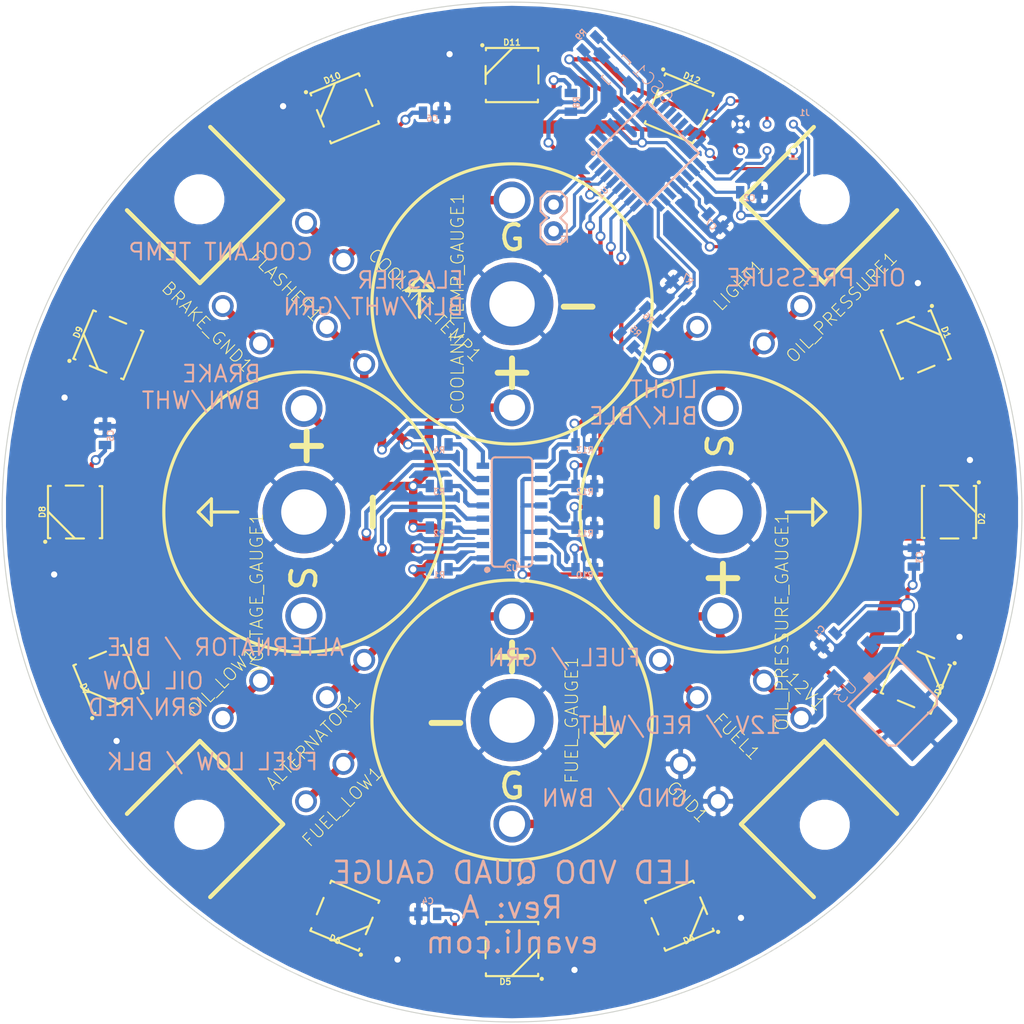
<source format=kicad_pcb>
(kicad_pcb (version 20171130) (host pcbnew "(5.1.7)-1")
  (layers (0 Top signal) (31 Bottom signal) (34 B.Paste user) (35 F.Paste user) (36 B.SilkS user) (37 F.SilkS user) (38 B.Mask user) (39 F.Mask user) (44 Edge.Cuts user))
  (net 0 "")
  (net 1 GND)
  (net 2 12V)
  (net 3 5V)
  (net 4 /OIL_PRESSURE)
  (net 5 /FUEL)
  (net 6 /COOLANT_TEMP)
  (net 7 /FUEL_LOW)
  (net 8 /ALTERNATOR)
  (net 9 /OIL_LOW)
  (net 10 /LIGHT)
  (net 11 /FLASHER)
  (net 12 /BRAKE_GND)
  (net 13 "Net-(D1-Pad2)")
  (net 14 /LED)
  (net 15 "Net-(D2-Pad2)")
  (net 16 "Net-(D3-Pad2)")
  (net 17 "Net-(D4-Pad2)")
  (net 18 "Net-(D5-Pad2)")
  (net 19 "Net-(D6-Pad2)")
  (net 20 "Net-(D7-Pad2)")
  (net 21 "Net-(D8-Pad2)")
  (net 22 "Net-(D10-Pad4)")
  (net 23 "Net-(D10-Pad2)")
  (net 24 "Net-(D11-Pad2)")
  (net 25 "Net-(D12-Pad2)")
  (net 26 /FUEL_SENSE)
  (net 27 /ALTERNATOR_SENSE)
  (net 28 /OIL_SENSE)
  (net 29 /BRAKE_SENSE)
  (net 30 "Net-(R4-Pad2)")
  (net 31 "Net-(R3-Pad2)")
  (net 32 "Net-(R2-Pad2)")
  (net 33 "Net-(R1-Pad2)")
  (net 34 "Net-(U1-Pad32)")
  (net 35 /TX)
  (net 36 /RX)
  (net 37 /RESET)
  (net 38 /LIGHT_SENSE)
  (net 39 "Net-(U1-Pad22)")
  (net 40 /AREF)
  (net 41 "Net-(U1-Pad19)")
  (net 42 /SCK)
  (net 43 /MISO)
  (net 44 /MOSI)
  (net 45 "Net-(U1-Pad14)")
  (net 46 "Net-(U1-Pad13)")
  (net 47 "Net-(U1-Pad12)")
  (net 48 "Net-(U1-Pad11)")
  (net 49 "Net-(U1-Pad10)")
  (net 50 "Net-(U1-Pad9)")
  (net 51 /XTAL2)
  (net 52 /XTAL1)
  (net 53 "Net-(U1-Pad2)")
  (net 54 "Net-(U1-Pad1)")
  (net 55 "Net-(R5-Pad2)")
  (net 56 "Net-(VOLTAGE_GAUGE1-PadSIGNAL)")
  (module "" (layer Top) (at 178.5511 135.0536)
    (fp_text reference @HOLE0 hide)
    (fp_text value "" (at 0 0) (layer F.SilkS) (effects (font (size 1.27 1.27))))
    (pad "" np_thru_hole circle (at 0 0) (size 4.2 4.2) (drill 4.2) (layers *.Cu *.Mask))
  )
  (module "" (layer Top) (at 118.4511 135.0536)
    (fp_text reference @HOLE1 hide)
    (fp_text value "" (at 0 0) (layer F.SilkS) (effects (font (size 1.27 1.27))))
    (pad "" np_thru_hole circle (at 0 0) (size 4.2 4.2) (drill 4.2) (layers *.Cu *.Mask))
  )
  (module "" (layer Top) (at 118.4511 74.9536)
    (fp_text reference @HOLE2 hide)
    (fp_text value "" (at 0 0) (layer F.SilkS) (effects (font (size 1.27 1.27))))
    (pad "" np_thru_hole circle (at 0 0) (size 4.2 4.2) (drill 4.2) (layers *.Cu *.Mask))
  )
  (module "" (layer Top) (at 178.5511 74.9536)
    (fp_text reference @HOLE3 hide)
    (fp_text value "" (at 0 0) (layer F.SilkS) (effects (font (size 1.27 1.27))))
    (pad "" np_thru_hole circle (at 0 0) (size 4.2 4.2) (drill 4.2) (layers *.Cu *.Mask))
  )
  (module "Porsche Quad Gauge:VDO_NEW_GAUGE_SOCKET" (layer Top) (at 168.5011 105.0036 270)
    (fp_text reference OIL_PRESSURE_GAUGE1 (at 0 -5.24 90) (layer F.SilkS) (effects (font (size 1.2065 1.2065) (thickness 0.09652)) (justify right top)))
    (fp_text value VDO_NEW hide)
    (fp_text user - (at 0 6.35 270) (layer F.SilkS) (effects (font (size 3.6195 3.6195) (thickness 0.5715))))
    (fp_text user + (at 6.35 0 270) (layer F.SilkS) (effects (font (size 3.6195 3.6195) (thickness 0.5715))))
    (fp_text user S (at -6.35 0 270) (layer F.SilkS) (effects (font (size 2.413 2.413) (thickness 0.381))))
    (pad SIGNAL thru_hole circle (at -9.970009 0 270) (size 3.57124 3.57124) (drill 2.499359) (layers *.Cu *.Mask) (net 4 /OIL_PRESSURE))
    (pad 12V thru_hole circle (at 9.970009 0 270) (size 3.57124 3.57124) (drill 2.499359) (layers *.Cu *.Mask) (net 2 12V))
    (pad GND thru_hole circle (at 0 0 270) (size 7.9375 7.9375) (drill 4.366259) (layers *.Cu *.Mask) (net 1 GND))
  )
  (module "Porsche Quad Gauge:VDO_NEW_GAUGE_SOCKET" (layer Top) (at 128.5011 105.0036 90)
    (fp_text reference VOLTAGE_GAUGE1 (at 0 -5.24 90) (layer F.SilkS) (effects (font (size 1.2065 1.2065) (thickness 0.09652)) (justify right top)))
    (fp_text value VDO_NEW hide)
    (fp_text user - (at 0 6.35 90) (layer F.SilkS) (effects (font (size 3.6195 3.6195) (thickness 0.5715))))
    (fp_text user + (at 6.35 0 90) (layer F.SilkS) (effects (font (size 3.6195 3.6195) (thickness 0.5715))))
    (fp_text user S (at -6.35 0 90) (layer F.SilkS) (effects (font (size 2.413 2.413) (thickness 0.381))))
    (pad SIGNAL thru_hole circle (at -9.970009 0 90) (size 3.57124 3.57124) (drill 2.499359) (layers *.Cu *.Mask) (net 56 "Net-(VOLTAGE_GAUGE1-PadSIGNAL)"))
    (pad 12V thru_hole circle (at 9.970009 0 90) (size 3.57124 3.57124) (drill 2.499359) (layers *.Cu *.Mask) (net 2 12V))
    (pad GND thru_hole circle (at 0 0 90) (size 7.9375 7.9375) (drill 4.366259) (layers *.Cu *.Mask) (net 1 GND))
  )
  (module "Porsche Quad Gauge:VDO_GAUGE_SOCKET" (layer Top) (at 148.5011 125.0036 180)
    (fp_text reference FUEL_GAUGE1 (at -5.74 0 90) (layer F.SilkS) (effects (font (size 1.2065 1.2065) (thickness 0.09652))))
    (fp_text value VDO_OLD hide)
    (fp_text user - (at 6.35 0 180) (layer F.SilkS) (effects (font (size 3.6195 3.6195) (thickness 0.5715))))
    (fp_text user + (at 0 6.35 180) (layer F.SilkS) (effects (font (size 3.6195 3.6195) (thickness 0.5715))))
    (fp_text user G (at 0 -6.35 180) (layer F.SilkS) (effects (font (size 2.413 2.413) (thickness 0.381))))
    (pad 12V thru_hole circle (at 0 9.970009 180) (size 3.57124 3.57124) (drill 2.499359) (layers *.Cu *.Mask) (net 2 12V))
    (pad SIGNAL thru_hole circle (at 0 -9.970009 180) (size 3.57124 3.57124) (drill 2.499359) (layers *.Cu *.Mask) (net 5 /FUEL))
    (pad GND thru_hole circle (at 0 0 180) (size 7.9375 7.9375) (drill 4.366259) (layers *.Cu *.Mask) (net 1 GND))
  )
  (module "Porsche Quad Gauge:VDO_GAUGE_SOCKET" (layer Top) (at 148.5011 85.0036)
    (fp_text reference COOLANT_TEMP_GAUGE1 (at -5.24 0 90) (layer F.SilkS) (effects (font (size 1.2065 1.2065) (thickness 0.09652))))
    (fp_text value VDO_OLD hide)
    (fp_text user - (at 6.35 0) (layer F.SilkS) (effects (font (size 3.6195 3.6195) (thickness 0.5715))))
    (fp_text user + (at 0 6.35) (layer F.SilkS) (effects (font (size 3.6195 3.6195) (thickness 0.5715))))
    (fp_text user G (at 0 -6.35) (layer F.SilkS) (effects (font (size 2.413 2.413) (thickness 0.381))))
    (pad 12V thru_hole circle (at 0 9.970009) (size 3.57124 3.57124) (drill 2.499359) (layers *.Cu *.Mask) (net 2 12V))
    (pad SIGNAL thru_hole circle (at 0 -9.970009) (size 3.57124 3.57124) (drill 2.499359) (layers *.Cu *.Mask) (net 6 /COOLANT_TEMP))
    (pad GND thru_hole circle (at 0 0) (size 7.9375 7.9375) (drill 4.366259) (layers *.Cu *.Mask) (net 1 GND))
  )
  (module "Porsche Quad Gauge:CONNECTOR_QC_TAB-0.25" (layer Top) (at 174.5011 123.0036 315)
    (fp_text reference 12V1 (at -1.283964 -2.12132 135) (layer F.SilkS) (effects (font (size 1.2065 1.2065) (thickness 0.09652)) (justify left)))
    (fp_text value CONNECTOR_QC_TAB_0.25 hide)
    (pad S2 thru_hole circle (at -2.54 0 315) (size 2.0955 2.0955) (drill 1.397) (layers *.Cu *.Mask) (net 2 12V))
    (pad S1 thru_hole circle (at 2.54 0 315) (size 2.0955 2.0955) (drill 1.397) (layers *.Cu *.Mask) (net 2 12V))
  )
  (module "Porsche Quad Gauge:CONNECTOR_QC_TAB-0.25" (layer Top) (at 166.5011 131.0036 315)
    (fp_text reference GND1 (at -1.991071 2.12132 135) (layer F.SilkS) (effects (font (size 1.2065 1.2065) (thickness 0.09652)) (justify left)))
    (fp_text value CONNECTOR_QC_TAB_0.25 hide)
    (pad S2 thru_hole circle (at -2.54 0 315) (size 2.0955 2.0955) (drill 1.397) (layers *.Cu *.Mask) (net 1 GND))
    (pad S1 thru_hole circle (at 2.54 0 315) (size 2.0955 2.0955) (drill 1.397) (layers *.Cu *.Mask) (net 1 GND))
  )
  (module "Porsche Quad Gauge:CONNECTOR_QC_TAB-0.25" (layer Top) (at 164.5011 121.0036 315)
    (fp_text reference FUEL1 (at 5.079997 0 135) (layer F.SilkS) (effects (font (size 1.2065 1.2065) (thickness 0.09652)) (justify left)))
    (fp_text value CONNECTOR_QC_TAB_0.25 hide)
    (pad S2 thru_hole circle (at -2.54 0 315) (size 2.0955 2.0955) (drill 1.397) (layers *.Cu *.Mask) (net 5 /FUEL))
    (pad S1 thru_hole circle (at 2.54 0 315) (size 2.0955 2.0955) (drill 1.397) (layers *.Cu *.Mask) (net 5 /FUEL))
  )
  (module "Porsche Quad Gauge:CONNECTOR_QC_TAB-0.25" (layer Top) (at 130.5011 131.0036 45)
    (fp_text reference FUEL_LOW1 (at -5.5266 2.828427 45) (layer F.SilkS) (effects (font (size 1.2065 1.2065) (thickness 0.09652)) (justify left)))
    (fp_text value CONNECTOR_QC_TAB_0.25 hide)
    (pad S2 thru_hole circle (at -2.54 0 45) (size 2.0955 2.0955) (drill 1.397) (layers *.Cu *.Mask) (net 7 /FUEL_LOW))
    (pad S1 thru_hole circle (at 2.54 0 45) (size 2.0955 2.0955) (drill 1.397) (layers *.Cu *.Mask) (net 7 /FUEL_LOW))
  )
  (module "Porsche Quad Gauge:CONNECTOR_QC_TAB-0.25" (layer Top) (at 132.5011 121.0036 45)
    (fp_text reference ALTERNATOR1 (at -12.597667 2.12132 45) (layer F.SilkS) (effects (font (size 1.2065 1.2065) (thickness 0.09652)) (justify left)))
    (fp_text value CONNECTOR_QC_TAB_0.25 hide)
    (pad S2 thru_hole circle (at -2.54 0 45) (size 2.0955 2.0955) (drill 1.397) (layers *.Cu *.Mask) (net 8 /ALTERNATOR))
    (pad S1 thru_hole circle (at 2.54 0 45) (size 2.0955 2.0955) (drill 1.397) (layers *.Cu *.Mask) (net 8 /ALTERNATOR))
  )
  (module "Porsche Quad Gauge:CONNECTOR_QC_TAB-0.25" (layer Top) (at 122.5011 123.0036 45)
    (fp_text reference OIL_LOW1 (at -4.465939 -2.474874 45) (layer F.SilkS) (effects (font (size 1.2065 1.2065) (thickness 0.09652)) (justify left)))
    (fp_text value CONNECTOR_QC_TAB_0.25 hide)
    (pad S2 thru_hole circle (at -2.54 0 45) (size 2.0955 2.0955) (drill 1.397) (layers *.Cu *.Mask) (net 9 /OIL_LOW))
    (pad S1 thru_hole circle (at 2.54 0 45) (size 2.0955 2.0955) (drill 1.397) (layers *.Cu *.Mask) (net 9 /OIL_LOW))
  )
  (module "Porsche Quad Gauge:CONNECTOR_QC_TAB-0.25" (layer Top) (at 164.5011 89.0036 45)
    (fp_text reference LIGHT1 (at 5.079997 0 45) (layer F.SilkS) (effects (font (size 1.2065 1.2065) (thickness 0.09652)) (justify left)))
    (fp_text value CONNECTOR_QC_TAB_0.25 hide)
    (pad S2 thru_hole circle (at -2.54 0 45) (size 2.0955 2.0955) (drill 1.397) (layers *.Cu *.Mask) (net 10 /LIGHT))
    (pad S1 thru_hole circle (at 2.54 0 45) (size 2.0955 2.0955) (drill 1.397) (layers *.Cu *.Mask) (net 10 /LIGHT))
  )
  (module "Porsche Quad Gauge:CONNECTOR_QC_TAB-0.25" (layer Top) (at 132.5011 89.0036 315)
    (fp_text reference FLASHER1 (at -12.597667 0 135) (layer F.SilkS) (effects (font (size 1.2065 1.2065) (thickness 0.09652)) (justify left)))
    (fp_text value CONNECTOR_QC_TAB_0.25 hide)
    (pad S2 thru_hole circle (at -2.54 0 315) (size 2.0955 2.0955) (drill 1.397) (layers *.Cu *.Mask) (net 11 /FLASHER))
    (pad S1 thru_hole circle (at 2.54 0 315) (size 2.0955 2.0955) (drill 1.397) (layers *.Cu *.Mask) (net 11 /FLASHER))
  )
  (module "Porsche Quad Gauge:CONNECTOR_QC_TAB-0.25" (layer Top) (at 122.5011 87.0036 315)
    (fp_text reference BRAKE_GND1 (at -8.001473 2.474874 135) (layer F.SilkS) (effects (font (size 1.2065 1.2065) (thickness 0.09652)) (justify left)))
    (fp_text value CONNECTOR_QC_TAB_0.25 hide)
    (pad S2 thru_hole circle (at -2.54 0 315) (size 2.0955 2.0955) (drill 1.397) (layers *.Cu *.Mask) (net 12 /BRAKE_GND))
    (pad S1 thru_hole circle (at 2.54 0 315) (size 2.0955 2.0955) (drill 1.397) (layers *.Cu *.Mask) (net 12 /BRAKE_GND))
  )
  (module "Porsche Quad Gauge:CONNECTOR_QC_TAB-0.25" (layer Top) (at 130.5011 79.0036 315)
    (fp_text reference COOLANT_TEMP1 (at 3.758834 -2.474874 315) (layer F.SilkS) (effects (font (size 1.2065 1.2065) (thickness 0.09652)) (justify left)))
    (fp_text value CONNECTOR_QC_TAB_0.25 hide)
    (pad S2 thru_hole circle (at -2.54 0 315) (size 2.0955 2.0955) (drill 1.397) (layers *.Cu *.Mask) (net 6 /COOLANT_TEMP))
    (pad S1 thru_hole circle (at 2.54 0 315) (size 2.0955 2.0955) (drill 1.397) (layers *.Cu *.Mask) (net 6 /COOLANT_TEMP))
  )
  (module "Porsche Quad Gauge:CONNECTOR_QC_TAB-0.25" (layer Top) (at 174.5011 87.0036 45)
    (fp_text reference OIL_PRESSURE1 (at -1.991071 2.828427 45) (layer F.SilkS) (effects (font (size 1.2065 1.2065) (thickness 0.09652)) (justify left)))
    (fp_text value CONNECTOR_QC_TAB_0.25 hide)
    (pad S2 thru_hole circle (at -2.54 0 45) (size 2.0955 2.0955) (drill 1.397) (layers *.Cu *.Mask) (net 4 /OIL_PRESSURE))
    (pad S1 thru_hole circle (at 2.54 0 45) (size 2.0955 2.0955) (drill 1.397) (layers *.Cu *.Mask) (net 4 /OIL_PRESSURE))
  )
  (module "Porsche Quad Gauge:WS2812B" (layer Top) (at 187.3011 88.9336 292.5)
    (fp_text reference D1 (at -0.000001 -2.794 292.5) (layer F.SilkS) (effects (font (size 0.57912 0.57912) (thickness 0.12192)) (justify bottom)))
    (fp_text value WS2812B)
    (pad 2 smd rect (at 2.577 -1.6 112.5) (size 1.651 1) (layers Top F.Paste F.Mask) (net 13 "Net-(D1-Pad2)"))
    (pad 3 smd rect (at -2.577 -1.6 112.5) (size 1.651 1) (layers Top F.Paste F.Mask) (net 1 GND))
    (pad 4 smd rect (at -2.577 1.6 112.5) (size 1.651 1) (layers Top F.Paste F.Mask) (net 14 /LED))
    (pad 1 smd rect (at 2.577 1.6 112.5) (size 1.651 1) (layers Top F.Paste F.Mask) (net 3 5V))
  )
  (module "Porsche Quad Gauge:WS2812B" (layer Top) (at 190.5011 105.0036 270)
    (fp_text reference D2 (at 0 -2.794 270) (layer F.SilkS) (effects (font (size 0.57912 0.57912) (thickness 0.12192)) (justify right top)))
    (fp_text value WS2812B)
    (pad 2 smd rect (at 2.577 -1.6 90) (size 1.651 1) (layers Top F.Paste F.Mask) (net 15 "Net-(D2-Pad2)"))
    (pad 3 smd rect (at -2.577 -1.6 90) (size 1.651 1) (layers Top F.Paste F.Mask) (net 1 GND))
    (pad 4 smd rect (at -2.577 1.6 90) (size 1.651 1) (layers Top F.Paste F.Mask) (net 13 "Net-(D1-Pad2)"))
    (pad 1 smd rect (at 2.577 1.6 90) (size 1.651 1) (layers Top F.Paste F.Mask) (net 3 5V))
  )
  (module "Porsche Quad Gauge:WS2812B" (layer Top) (at 187.3011 121.0736 247.5)
    (fp_text reference D3 (at 0.000001 -2.794 247.5) (layer F.SilkS) (effects (font (size 0.57912 0.57912) (thickness 0.12192)) (justify bottom)))
    (fp_text value WS2812B)
    (pad 2 smd rect (at 2.577 -1.6 67.5) (size 1.651 1) (layers Top F.Paste F.Mask) (net 16 "Net-(D3-Pad2)"))
    (pad 3 smd rect (at -2.577 -1.6 67.5) (size 1.651 1) (layers Top F.Paste F.Mask) (net 1 GND))
    (pad 4 smd rect (at -2.577 1.6 67.5) (size 1.651 1) (layers Top F.Paste F.Mask) (net 15 "Net-(D2-Pad2)"))
    (pad 1 smd rect (at 2.577 1.6 67.5) (size 1.651 1) (layers Top F.Paste F.Mask) (net 3 5V))
  )
  (module "Porsche Quad Gauge:WS2812B" (layer Top) (at 164.5711 143.8036 202.5)
    (fp_text reference D4 (at -0.000001 -2.794 202.5) (layer F.SilkS) (effects (font (size 0.57912 0.57912) (thickness 0.12192)) (justify bottom)))
    (fp_text value WS2812B)
    (pad 2 smd rect (at 2.577 -1.6 22.5) (size 1.651 1) (layers Top F.Paste F.Mask) (net 17 "Net-(D4-Pad2)"))
    (pad 3 smd rect (at -2.577 -1.6 22.5) (size 1.651 1) (layers Top F.Paste F.Mask) (net 1 GND))
    (pad 4 smd rect (at -2.577 1.6 22.5) (size 1.651 1) (layers Top F.Paste F.Mask) (net 16 "Net-(D3-Pad2)"))
    (pad 1 smd rect (at 2.577 1.6 22.5) (size 1.651 1) (layers Top F.Paste F.Mask) (net 3 5V))
  )
  (module "Porsche Quad Gauge:WS2812B" (layer Top) (at 148.5011 147.0036 180)
    (fp_text reference D5 (at 0 -2.794 180) (layer F.SilkS) (effects (font (size 0.57912 0.57912) (thickness 0.12192)) (justify right top)))
    (fp_text value WS2812B)
    (pad 2 smd rect (at 2.577 -1.6) (size 1.651 1) (layers Top F.Paste F.Mask) (net 18 "Net-(D5-Pad2)"))
    (pad 3 smd rect (at -2.577 -1.6) (size 1.651 1) (layers Top F.Paste F.Mask) (net 1 GND))
    (pad 4 smd rect (at -2.577 1.6) (size 1.651 1) (layers Top F.Paste F.Mask) (net 17 "Net-(D4-Pad2)"))
    (pad 1 smd rect (at 2.577 1.6) (size 1.651 1) (layers Top F.Paste F.Mask) (net 3 5V))
  )
  (module "Porsche Quad Gauge:WS2812B" (layer Top) (at 132.4311 143.8036 157.5)
    (fp_text reference D6 (at 0.000001 -2.794 157.5) (layer F.SilkS) (effects (font (size 0.57912 0.57912) (thickness 0.12192)) (justify bottom)))
    (fp_text value WS2812B)
    (pad 2 smd rect (at 2.577 -1.6 337.5) (size 1.651 1) (layers Top F.Paste F.Mask) (net 19 "Net-(D6-Pad2)"))
    (pad 3 smd rect (at -2.577 -1.6 337.5) (size 1.651 1) (layers Top F.Paste F.Mask) (net 1 GND))
    (pad 4 smd rect (at -2.577 1.6 337.5) (size 1.651 1) (layers Top F.Paste F.Mask) (net 18 "Net-(D5-Pad2)"))
    (pad 1 smd rect (at 2.577 1.6 337.5) (size 1.651 1) (layers Top F.Paste F.Mask) (net 3 5V))
  )
  (module "Porsche Quad Gauge:WS2812B" (layer Top) (at 109.7011 121.0736 112.5)
    (fp_text reference D7 (at -0.000001 -2.794 112.5) (layer F.SilkS) (effects (font (size 0.57912 0.57912) (thickness 0.12192)) (justify bottom)))
    (fp_text value WS2812B)
    (pad 2 smd rect (at 2.577 -1.6 292.5) (size 1.651 1) (layers Top F.Paste F.Mask) (net 20 "Net-(D7-Pad2)"))
    (pad 3 smd rect (at -2.577 -1.6 292.5) (size 1.651 1) (layers Top F.Paste F.Mask) (net 1 GND))
    (pad 4 smd rect (at -2.577 1.6 292.5) (size 1.651 1) (layers Top F.Paste F.Mask) (net 19 "Net-(D6-Pad2)"))
    (pad 1 smd rect (at 2.577 1.6 292.5) (size 1.651 1) (layers Top F.Paste F.Mask) (net 3 5V))
  )
  (module "Porsche Quad Gauge:WS2812B" (layer Top) (at 106.5011 105.0036 90)
    (fp_text reference D8 (at 0 -2.794 90) (layer F.SilkS) (effects (font (size 0.57912 0.57912) (thickness 0.12192)) (justify bottom)))
    (fp_text value WS2812B)
    (pad 2 smd rect (at 2.577 -1.6 270) (size 1.651 1) (layers Top F.Paste F.Mask) (net 21 "Net-(D8-Pad2)"))
    (pad 3 smd rect (at -2.577 -1.6 270) (size 1.651 1) (layers Top F.Paste F.Mask) (net 1 GND))
    (pad 4 smd rect (at -2.577 1.6 270) (size 1.651 1) (layers Top F.Paste F.Mask) (net 20 "Net-(D7-Pad2)"))
    (pad 1 smd rect (at 2.577 1.6 270) (size 1.651 1) (layers Top F.Paste F.Mask) (net 3 5V))
  )
  (module "Porsche Quad Gauge:WS2812B" (layer Top) (at 109.7011 88.9336 67.5)
    (fp_text reference D9 (at 0.000001 -2.794 67.5) (layer F.SilkS) (effects (font (size 0.57912 0.57912) (thickness 0.12192)) (justify bottom)))
    (fp_text value WS2812B)
    (pad 2 smd rect (at 2.577 -1.6 247.5) (size 1.651 1) (layers Top F.Paste F.Mask) (net 22 "Net-(D10-Pad4)"))
    (pad 3 smd rect (at -2.577 -1.6 247.5) (size 1.651 1) (layers Top F.Paste F.Mask) (net 1 GND))
    (pad 4 smd rect (at -2.577 1.6 247.5) (size 1.651 1) (layers Top F.Paste F.Mask) (net 21 "Net-(D8-Pad2)"))
    (pad 1 smd rect (at 2.577 1.6 247.5) (size 1.651 1) (layers Top F.Paste F.Mask) (net 3 5V))
  )
  (module "Porsche Quad Gauge:WS2812B" (layer Top) (at 132.4311 66.2036 22.5)
    (fp_text reference D10 (at -0.000001 -2.794 22.5) (layer F.SilkS) (effects (font (size 0.57912 0.57912) (thickness 0.12192)) (justify bottom)))
    (fp_text value WS2812B)
    (pad 2 smd rect (at 2.577 -1.6 202.5) (size 1.651 1) (layers Top F.Paste F.Mask) (net 23 "Net-(D10-Pad2)"))
    (pad 3 smd rect (at -2.577 -1.6 202.5) (size 1.651 1) (layers Top F.Paste F.Mask) (net 1 GND))
    (pad 4 smd rect (at -2.577 1.6 202.5) (size 1.651 1) (layers Top F.Paste F.Mask) (net 22 "Net-(D10-Pad4)"))
    (pad 1 smd rect (at 2.577 1.6 202.5) (size 1.651 1) (layers Top F.Paste F.Mask) (net 3 5V))
  )
  (module "Porsche Quad Gauge:WS2812B" (layer Top) (at 148.5011 63.0036)
    (fp_text reference D11 (at 0 -2.794) (layer F.SilkS) (effects (font (size 0.57912 0.57912) (thickness 0.12192)) (justify bottom)))
    (fp_text value WS2812B)
    (pad 2 smd rect (at 2.577 -1.6 180) (size 1.651 1) (layers Top F.Paste F.Mask) (net 24 "Net-(D11-Pad2)"))
    (pad 3 smd rect (at -2.577 -1.6 180) (size 1.651 1) (layers Top F.Paste F.Mask) (net 1 GND))
    (pad 4 smd rect (at -2.577 1.6 180) (size 1.651 1) (layers Top F.Paste F.Mask) (net 23 "Net-(D10-Pad2)"))
    (pad 1 smd rect (at 2.577 1.6 180) (size 1.651 1) (layers Top F.Paste F.Mask) (net 3 5V))
  )
  (module "Porsche Quad Gauge:WS2812B" (layer Top) (at 164.5711 66.2036 337.5)
    (fp_text reference D12 (at 0.000001 -2.794 337.5) (layer F.SilkS) (effects (font (size 0.57912 0.57912) (thickness 0.12192)) (justify bottom)))
    (fp_text value WS2812B)
    (pad 2 smd rect (at 2.577 -1.6 157.5) (size 1.651 1) (layers Top F.Paste F.Mask) (net 25 "Net-(D12-Pad2)"))
    (pad 3 smd rect (at -2.577 -1.6 157.5) (size 1.651 1) (layers Top F.Paste F.Mask) (net 1 GND))
    (pad 4 smd rect (at -2.577 1.6 157.5) (size 1.651 1) (layers Top F.Paste F.Mask) (net 24 "Net-(D11-Pad2)"))
    (pad 1 smd rect (at 2.577 1.6 157.5) (size 1.651 1) (layers Top F.Paste F.Mask) (net 3 5V))
  )
  (module "Porsche Quad Gauge:SO16" (layer Bottom) (at 148.5011 105.0036 90)
    (fp_text reference U2 (at -5.715 0 180) (layer B.SilkS) (effects (font (size 0.57912 0.57912) (thickness 0.115824)) (justify bottom mirror)))
    (fp_text value TLP290-4 hide)
    (pad 16 smd rect (at -4.445 2.8 90) (size 0.6 1.2) (layers Bottom B.Paste B.Mask) (net 3 5V))
    (pad 15 smd rect (at -3.175 2.8 90) (size 0.6 1.2) (layers Bottom B.Paste B.Mask) (net 26 /FUEL_SENSE))
    (pad 14 smd rect (at -1.905 2.8 90) (size 0.6 1.2) (layers Bottom B.Paste B.Mask) (net 3 5V))
    (pad 13 smd rect (at -0.635 2.8 90) (size 0.6 1.2) (layers Bottom B.Paste B.Mask) (net 27 /ALTERNATOR_SENSE))
    (pad 12 smd rect (at 0.635 2.8 90) (size 0.6 1.2) (layers Bottom B.Paste B.Mask) (net 3 5V))
    (pad 11 smd rect (at 1.905 2.8 90) (size 0.6 1.2) (layers Bottom B.Paste B.Mask) (net 28 /OIL_SENSE))
    (pad 10 smd rect (at 3.175 2.8 90) (size 0.6 1.2) (layers Bottom B.Paste B.Mask) (net 3 5V))
    (pad 9 smd rect (at 4.445 2.8 90) (size 0.6 1.2) (layers Bottom B.Paste B.Mask) (net 29 /BRAKE_SENSE))
    (pad 8 smd rect (at 4.445 -2.8 90) (size 0.6 1.2) (layers Bottom B.Paste B.Mask) (net 12 /BRAKE_GND))
    (pad 7 smd rect (at 3.175 -2.8 90) (size 0.6 1.2) (layers Bottom B.Paste B.Mask) (net 30 "Net-(R4-Pad2)"))
    (pad 6 smd rect (at 1.905 -2.8 90) (size 0.6 1.2) (layers Bottom B.Paste B.Mask) (net 9 /OIL_LOW))
    (pad 5 smd rect (at 0.635 -2.8 90) (size 0.6 1.2) (layers Bottom B.Paste B.Mask) (net 31 "Net-(R3-Pad2)"))
    (pad 4 smd rect (at -0.635 -2.8 90) (size 0.6 1.2) (layers Bottom B.Paste B.Mask) (net 8 /ALTERNATOR))
    (pad 3 smd rect (at -1.905 -2.8 90) (size 0.6 1.2) (layers Bottom B.Paste B.Mask) (net 32 "Net-(R2-Pad2)"))
    (pad 2 smd rect (at -3.175 -2.8 90) (size 0.6 1.2) (layers Bottom B.Paste B.Mask) (net 7 /FUEL_LOW))
    (pad 1 smd rect (at -4.445 -2.8 90) (size 0.6 1.2) (layers Bottom B.Paste B.Mask) (net 33 "Net-(R1-Pad2)"))
  )
  (module "Porsche Quad Gauge:TQFP32-08" (layer Bottom) (at 161.5011 70.5036 315)
    (fp_text reference U1 (at 0.000002 5.714999 45) (layer B.SilkS) (effects (font (size 0.57912 0.57912) (thickness 0.115824)) (justify bottom mirror)))
    (fp_text value ATMEGA328P_TQFP hide)
    (pad 32 smd rect (at -2.8 4.2926 315) (size 0.5588 1.27) (layers Bottom B.Paste B.Mask) (net 34 "Net-(U1-Pad32)"))
    (pad 31 smd rect (at -2 4.2926 315) (size 0.5588 1.27) (layers Bottom B.Paste B.Mask) (net 35 /TX))
    (pad 30 smd rect (at -1.2 4.2926 315) (size 0.5588 1.27) (layers Bottom B.Paste B.Mask) (net 36 /RX))
    (pad 29 smd rect (at -0.4 4.2926 315) (size 0.5588 1.27) (layers Bottom B.Paste B.Mask) (net 37 /RESET))
    (pad 28 smd rect (at 0.4 4.2926 315) (size 0.5588 1.27) (layers Bottom B.Paste B.Mask) (net 29 /BRAKE_SENSE))
    (pad 27 smd rect (at 1.2 4.2926 315) (size 0.5588 1.27) (layers Bottom B.Paste B.Mask) (net 28 /OIL_SENSE))
    (pad 26 smd rect (at 2 4.2926 315) (size 0.5588 1.27) (layers Bottom B.Paste B.Mask) (net 27 /ALTERNATOR_SENSE))
    (pad 25 smd rect (at 2.8 4.2926 315) (size 0.5588 1.27) (layers Bottom B.Paste B.Mask) (net 26 /FUEL_SENSE))
    (pad 24 smd rect (at 4.2926 2.8 315) (size 1.27 0.5588) (layers Bottom B.Paste B.Mask) (net 38 /LIGHT_SENSE))
    (pad 23 smd rect (at 4.2926 2 315) (size 1.27 0.5588) (layers Bottom B.Paste B.Mask) (net 14 /LED))
    (pad 22 smd rect (at 4.2926 1.2 315) (size 1.27 0.5588) (layers Bottom B.Paste B.Mask) (net 39 "Net-(U1-Pad22)"))
    (pad 21 smd rect (at 4.2926 0.4 315) (size 1.27 0.5588) (layers Bottom B.Paste B.Mask) (net 1 GND))
    (pad 20 smd rect (at 4.2926 -0.4 315) (size 1.27 0.5588) (layers Bottom B.Paste B.Mask) (net 40 /AREF))
    (pad 19 smd rect (at 4.2926 -1.2 315) (size 1.27 0.5588) (layers Bottom B.Paste B.Mask) (net 41 "Net-(U1-Pad19)"))
    (pad 18 smd rect (at 4.2926 -2 315) (size 1.27 0.5588) (layers Bottom B.Paste B.Mask) (net 3 5V))
    (pad 17 smd rect (at 4.2926 -2.8 315) (size 1.27 0.5588) (layers Bottom B.Paste B.Mask) (net 42 /SCK))
    (pad 16 smd rect (at 2.8 -4.2926 315) (size 0.5588 1.27) (layers Bottom B.Paste B.Mask) (net 43 /MISO))
    (pad 15 smd rect (at 2 -4.2926 315) (size 0.5588 1.27) (layers Bottom B.Paste B.Mask) (net 44 /MOSI))
    (pad 14 smd rect (at 1.2 -4.2926 315) (size 0.5588 1.27) (layers Bottom B.Paste B.Mask) (net 45 "Net-(U1-Pad14)"))
    (pad 13 smd rect (at 0.4 -4.2926 315) (size 0.5588 1.27) (layers Bottom B.Paste B.Mask) (net 46 "Net-(U1-Pad13)"))
    (pad 12 smd rect (at -0.4 -4.2926 315) (size 0.5588 1.27) (layers Bottom B.Paste B.Mask) (net 47 "Net-(U1-Pad12)"))
    (pad 11 smd rect (at -1.2 -4.2926 315) (size 0.5588 1.27) (layers Bottom B.Paste B.Mask) (net 48 "Net-(U1-Pad11)"))
    (pad 10 smd rect (at -2 -4.2926 315) (size 0.5588 1.27) (layers Bottom B.Paste B.Mask) (net 49 "Net-(U1-Pad10)"))
    (pad 9 smd rect (at -2.8 -4.2926 315) (size 0.5588 1.27) (layers Bottom B.Paste B.Mask) (net 50 "Net-(U1-Pad9)"))
    (pad 8 smd rect (at -4.2926 -2.8 315) (size 1.27 0.5588) (layers Bottom B.Paste B.Mask) (net 51 /XTAL2))
    (pad 7 smd rect (at -4.2926 -2 315) (size 1.27 0.5588) (layers Bottom B.Paste B.Mask) (net 52 /XTAL1))
    (pad 6 smd rect (at -4.2926 -1.2 315) (size 1.27 0.5588) (layers Bottom B.Paste B.Mask) (net 3 5V))
    (pad 5 smd rect (at -4.2926 -0.4 315) (size 1.27 0.5588) (layers Bottom B.Paste B.Mask) (net 1 GND))
    (pad 4 smd rect (at -4.2926 0.4 315) (size 1.27 0.5588) (layers Bottom B.Paste B.Mask) (net 3 5V))
    (pad 3 smd rect (at -4.2926 1.2 315) (size 1.27 0.5588) (layers Bottom B.Paste B.Mask) (net 1 GND))
    (pad 2 smd rect (at -4.2926 2 315) (size 1.27 0.5588) (layers Bottom B.Paste B.Mask) (net 53 "Net-(U1-Pad2)"))
    (pad 1 smd rect (at -4.2926 2.8 315) (size 1.27 0.5588) (layers Bottom B.Paste B.Mask) (net 54 "Net-(U1-Pad1)"))
  )
  (module "Porsche Quad Gauge:0805" (layer Bottom) (at 141.5011 110.5036)
    (fp_text reference R1 (at 0 0.889) (layer B.SilkS) (effects (font (size 0.57912 0.57912) (thickness 0.12192)) (justify bottom mirror)))
    (fp_text value 1.2K)
    (pad 2 smd rect (at 0.9 0) (size 0.8 1.2) (layers Bottom B.Paste B.Mask) (net 33 "Net-(R1-Pad2)"))
    (pad 1 smd rect (at -0.9 0) (size 0.8 1.2) (layers Bottom B.Paste B.Mask) (net 2 12V))
  )
  (module "Porsche Quad Gauge:0805" (layer Bottom) (at 141.5011 106.5036)
    (fp_text reference R2 (at 0 0.889) (layer B.SilkS) (effects (font (size 0.57912 0.57912) (thickness 0.12192)) (justify bottom mirror)))
    (fp_text value 1.2K)
    (pad 2 smd rect (at 0.9 0) (size 0.8 1.2) (layers Bottom B.Paste B.Mask) (net 32 "Net-(R2-Pad2)"))
    (pad 1 smd rect (at -0.9 0) (size 0.8 1.2) (layers Bottom B.Paste B.Mask) (net 2 12V))
  )
  (module "Porsche Quad Gauge:0805" (layer Bottom) (at 141.5011 102.5036)
    (fp_text reference R3 (at 0 0.889) (layer B.SilkS) (effects (font (size 0.57912 0.57912) (thickness 0.12192)) (justify bottom mirror)))
    (fp_text value 1.2K)
    (pad 2 smd rect (at 0.9 0) (size 0.8 1.2) (layers Bottom B.Paste B.Mask) (net 31 "Net-(R3-Pad2)"))
    (pad 1 smd rect (at -0.9 0) (size 0.8 1.2) (layers Bottom B.Paste B.Mask) (net 2 12V))
  )
  (module "Porsche Quad Gauge:0805" (layer Bottom) (at 141.5011 98.5036)
    (fp_text reference R4 (at 0 0.889) (layer B.SilkS) (effects (font (size 0.57912 0.57912) (thickness 0.12192)) (justify bottom mirror)))
    (fp_text value 1.2K)
    (pad 2 smd rect (at 0.9 0) (size 0.8 1.2) (layers Bottom B.Paste B.Mask) (net 30 "Net-(R4-Pad2)"))
    (pad 1 smd rect (at -0.9 0) (size 0.8 1.2) (layers Bottom B.Paste B.Mask) (net 11 /FLASHER))
  )
  (module "Porsche Quad Gauge:0805" (layer Bottom) (at 159.5011 88.5036 135)
    (fp_text reference R5 (at 0 0.889 135) (layer B.SilkS) (effects (font (size 0.57912 0.57912) (thickness 0.12192)) (justify bottom mirror)))
    (fp_text value 1k)
    (pad 2 smd rect (at 0.9 0 135) (size 0.8 1.2) (layers Bottom B.Paste B.Mask) (net 55 "Net-(R5-Pad2)"))
    (pad 1 smd rect (at -0.9 0 135) (size 0.8 1.2) (layers Bottom B.Paste B.Mask) (net 10 /LIGHT))
  )
  (module "Porsche Quad Gauge:0805" (layer Bottom) (at 162.0011 86.0036 315)
    (fp_text reference R6 (at 0 0.889 315) (layer B.SilkS) (effects (font (size 0.57912 0.57912) (thickness 0.12192)) (justify bottom mirror)))
    (fp_text value 1k)
    (pad 2 smd rect (at 0.9 0 315) (size 0.8 1.2) (layers Bottom B.Paste B.Mask) (net 38 /LIGHT_SENSE))
    (pad 1 smd rect (at -0.9 0 315) (size 0.8 1.2) (layers Bottom B.Paste B.Mask) (net 55 "Net-(R5-Pad2)"))
  )
  (module "Porsche Quad Gauge:0805" (layer Bottom) (at 164.5011 83.5036 135)
    (fp_text reference R7 (at 0 0.889 135) (layer B.SilkS) (effects (font (size 0.57912 0.57912) (thickness 0.12192)) (justify bottom mirror)))
    (fp_text value 1k)
    (pad 2 smd rect (at 0.9 0 135) (size 0.8 1.2) (layers Bottom B.Paste B.Mask) (net 1 GND))
    (pad 1 smd rect (at -0.9 0 135) (size 0.8 1.2) (layers Bottom B.Paste B.Mask) (net 38 /LIGHT_SENSE))
  )
  (module "Porsche Quad Gauge:D-PAK_TO252AA" (layer Bottom) (at 184.6611 122.7836 45)
    (fp_text reference U3 (at -3.809997 -2.539998 225) (layer B.SilkS) (effects (font (size 1.2065 1.2065) (thickness 0.09652)) (justify right bottom mirror)))
    (fp_text value L4941BDT-TR hide)
    (pad 3 smd rect (at 2.28 -4.8 45) (size 1 1.6) (layers Bottom B.Paste B.Mask) (net 3 5V))
    (pad 1 smd rect (at -2.28 -4.8 45) (size 1 1.6) (layers Bottom B.Paste B.Mask) (net 2 12V))
    (pad 2 smd rect (at 0 2.5 45) (size 5.5 7) (layers Bottom B.Paste B.Mask) (net 1 GND))
  )
  (module "Porsche Quad Gauge:0805" (layer Bottom) (at 178.9191 117.2916 225)
    (fp_text reference C1 (at 0 0.889 225) (layer B.SilkS) (effects (font (size 0.57912 0.57912) (thickness 0.12192)) (justify bottom mirror)))
    (fp_text value 10uF)
    (pad 2 smd rect (at 0.9 0 225) (size 0.8 1.2) (layers Bottom B.Paste B.Mask) (net 1 GND))
    (pad 1 smd rect (at -0.9 0 225) (size 0.8 1.2) (layers Bottom B.Paste B.Mask) (net 3 5V))
  )
  (module "Porsche Quad Gauge:0805" (layer Bottom) (at 171.3231 74.2756)
    (fp_text reference C2 (at 0 0.889) (layer B.SilkS) (effects (font (size 0.57912 0.57912) (thickness 0.12192)) (justify bottom mirror)))
    (fp_text value 10uF)
    (pad 2 smd rect (at 0.9 0) (size 0.8 1.2) (layers Bottom B.Paste B.Mask) (net 1 GND))
    (pad 1 smd rect (at -0.9 0) (size 0.8 1.2) (layers Bottom B.Paste B.Mask) (net 3 5V))
  )
  (module "Porsche Quad Gauge:0805" (layer Bottom) (at 187.1171 109.3456 90)
    (fp_text reference C3 (at 0 0.889 90) (layer B.SilkS) (effects (font (size 0.57912 0.57912) (thickness 0.12192)) (justify bottom mirror)))
    (fp_text value 10uF)
    (pad 2 smd rect (at 0.9 0 90) (size 0.8 1.2) (layers Bottom B.Paste B.Mask) (net 1 GND))
    (pad 1 smd rect (at -0.9 0 90) (size 0.8 1.2) (layers Bottom B.Paste B.Mask) (net 3 5V))
  )
  (module "Porsche Quad Gauge:0805" (layer Bottom) (at 140.4051 143.6196 180)
    (fp_text reference C4 (at 0 0.889 180) (layer B.SilkS) (effects (font (size 0.57912 0.57912) (thickness 0.12192)) (justify bottom mirror)))
    (fp_text value 10uF)
    (pad 2 smd rect (at 0.9 0 180) (size 0.8 1.2) (layers Bottom B.Paste B.Mask) (net 1 GND))
    (pad 1 smd rect (at -0.9 0 180) (size 0.8 1.2) (layers Bottom B.Paste B.Mask) (net 3 5V))
  )
  (module "Porsche Quad Gauge:0805" (layer Bottom) (at 109.3851 97.6616 90)
    (fp_text reference C5 (at 0 0.889 90) (layer B.SilkS) (effects (font (size 0.57912 0.57912) (thickness 0.12192)) (justify bottom mirror)))
    (fp_text value 10uF)
    (pad 2 smd rect (at 0.9 0 90) (size 0.8 1.2) (layers Bottom B.Paste B.Mask) (net 1 GND))
    (pad 1 smd rect (at -0.9 0 90) (size 0.8 1.2) (layers Bottom B.Paste B.Mask) (net 3 5V))
  )
  (module "Porsche Quad Gauge:0805" (layer Bottom) (at 140.8431 66.6336)
    (fp_text reference C6 (at 0 0.889) (layer B.SilkS) (effects (font (size 0.57912 0.57912) (thickness 0.12192)) (justify bottom mirror)))
    (fp_text value 10uF)
    (pad 2 smd rect (at 0.9 0) (size 0.8 1.2) (layers Bottom B.Paste B.Mask) (net 1 GND))
    (pad 1 smd rect (at -0.9 0) (size 0.8 1.2) (layers Bottom B.Paste B.Mask) (net 3 5V))
  )
  (module "Porsche Quad Gauge:3-SMD" (layer Bottom) (at 158.5011 62.5036 45)
    (fp_text reference OSC1 (at 0.851321 0.995536 135) (layer B.SilkS) (effects (font (size 1.2065 1.2065) (thickness 0.09652)) (justify right bottom mirror)))
    (fp_text value PRQC16.00SR1010V00L hide)
    (pad XTAL1 smd rect (at -0.95 0 45) (size 0.3 1.6) (layers Bottom B.Paste B.Mask) (net 52 /XTAL1))
    (pad XTAL2 smd rect (at 0.95 0 45) (size 0.3 1.6) (layers Bottom B.Paste B.Mask) (net 51 /XTAL2))
    (pad GND smd rect (at 0 0 45) (size 0.3 1.6) (layers Bottom B.Paste B.Mask) (net 1 GND))
  )
  (module "Porsche Quad Gauge:0805" (layer Bottom) (at 154.1571 65.6336 90)
    (fp_text reference R8 (at 0 0.889 90) (layer B.SilkS) (effects (font (size 0.57912 0.57912) (thickness 0.12192)) (justify bottom mirror)))
    (fp_text value 10K)
    (pad 2 smd rect (at 0.9 0 90) (size 0.8 1.2) (layers Bottom B.Paste B.Mask) (net 3 5V))
    (pad 1 smd rect (at -0.9 0 90) (size 0.8 1.2) (layers Bottom B.Paste B.Mask) (net 37 /RESET))
  )
  (module "Porsche Quad Gauge:0805" (layer Bottom) (at 156.0011 60.0036 225)
    (fp_text reference R9 (at 0 0.889 225) (layer B.SilkS) (effects (font (size 0.57912 0.57912) (thickness 0.12192)) (justify bottom mirror)))
    (fp_text value 1M)
    (pad 2 smd rect (at 0.9 0 225) (size 0.8 1.2) (layers Bottom B.Paste B.Mask) (net 52 /XTAL1))
    (pad 1 smd rect (at -0.9 0 225) (size 0.8 1.2) (layers Bottom B.Paste B.Mask) (net 51 /XTAL2))
  )
  (module "Porsche Quad Gauge:2X3_TEST_POINTS" (layer Bottom) (at 173.0011 69.0036 180)
    (fp_text reference J1 (at -3.048 2.032) (layer B.SilkS) (effects (font (size 0.57912 0.57912) (thickness 0.115824)) (justify right bottom mirror)))
    (fp_text value AVR_SPI_PROG_3X2TESTPOINTS hide)
    (pad 6 thru_hole circle (at 2.54 1.27 180) (size 0.8636 0.8636) (drill 0.508) (layers *.Cu *.Mask) (net 1 GND))
    (pad 5 thru_hole circle (at 2.54 -1.27 180) (size 0.8636 0.8636) (drill 0.508) (layers *.Cu *.Mask) (net 37 /RESET))
    (pad 4 thru_hole circle (at 0 1.27 180) (size 0.8636 0.8636) (drill 0.508) (layers *.Cu *.Mask) (net 44 /MOSI))
    (pad 3 thru_hole circle (at 0 -1.27 180) (size 0.8636 0.8636) (drill 0.508) (layers *.Cu *.Mask) (net 42 /SCK))
    (pad 2 thru_hole circle (at -2.54 1.27 180) (size 0.8636 0.8636) (drill 0.508) (layers *.Cu *.Mask) (net 3 5V))
    (pad 1 thru_hole circle (at -2.54 -1.27 180) (size 0.8636 0.8636) (drill 0.508) (layers *.Cu *.Mask) (net 43 /MISO))
  )
  (module "Porsche Quad Gauge:0805" (layer Bottom) (at 168.0011 77.0036 315)
    (fp_text reference C7 (at 0 0.889 315) (layer B.SilkS) (effects (font (size 0.57912 0.57912) (thickness 0.12192)) (justify bottom mirror)))
    (fp_text value 0.1uF)
    (pad 2 smd rect (at 0.9 0 315) (size 0.8 1.2) (layers Bottom B.Paste B.Mask) (net 1 GND))
    (pad 1 smd rect (at -0.9 0 315) (size 0.8 1.2) (layers Bottom B.Paste B.Mask) (net 40 /AREF))
  )
  (module "Porsche Quad Gauge:0805" (layer Bottom) (at 155.5011 110.5036)
    (fp_text reference R10 (at 0 0.889) (layer B.SilkS) (effects (font (size 0.57912 0.57912) (thickness 0.12192)) (justify bottom mirror)))
    (fp_text value 392)
    (pad 2 smd rect (at 0.9 0) (size 0.8 1.2) (layers Bottom B.Paste B.Mask) (net 1 GND))
    (pad 1 smd rect (at -0.9 0) (size 0.8 1.2) (layers Bottom B.Paste B.Mask) (net 26 /FUEL_SENSE))
  )
  (module "Porsche Quad Gauge:0805" (layer Bottom) (at 155.5011 106.5036)
    (fp_text reference R11 (at 0 0.889) (layer B.SilkS) (effects (font (size 0.57912 0.57912) (thickness 0.12192)) (justify bottom mirror)))
    (fp_text value 392)
    (pad 2 smd rect (at 0.9 0) (size 0.8 1.2) (layers Bottom B.Paste B.Mask) (net 1 GND))
    (pad 1 smd rect (at -0.9 0) (size 0.8 1.2) (layers Bottom B.Paste B.Mask) (net 27 /ALTERNATOR_SENSE))
  )
  (module "Porsche Quad Gauge:0805" (layer Bottom) (at 155.5011 102.5036)
    (fp_text reference R12 (at 0 0.889) (layer B.SilkS) (effects (font (size 0.57912 0.57912) (thickness 0.12192)) (justify bottom mirror)))
    (fp_text value 392)
    (pad 2 smd rect (at 0.9 0) (size 0.8 1.2) (layers Bottom B.Paste B.Mask) (net 1 GND))
    (pad 1 smd rect (at -0.9 0) (size 0.8 1.2) (layers Bottom B.Paste B.Mask) (net 28 /OIL_SENSE))
  )
  (module "Porsche Quad Gauge:0805" (layer Bottom) (at 155.5011 98.5036)
    (fp_text reference R13 (at 0 0.889) (layer B.SilkS) (effects (font (size 0.57912 0.57912) (thickness 0.12192)) (justify bottom mirror)))
    (fp_text value 392)
    (pad 2 smd rect (at 0.9 0) (size 0.8 1.2) (layers Bottom B.Paste B.Mask) (net 1 GND))
    (pad 1 smd rect (at -0.9 0) (size 0.8 1.2) (layers Bottom B.Paste B.Mask) (net 29 /BRAKE_SENSE))
  )
  (module "Porsche Quad Gauge:1X02" (layer Bottom) (at 152.5011 78.0036 90)
    (fp_text reference J2 (at -1.27 1.397 90) (layer B.SilkS) (effects (font (size 0.57912 0.57912) (thickness 0.12192)) (justify right bottom mirror)))
    (fp_text value CONN_02)
    (pad 2 thru_hole circle (at 2.54 0) (size 1.8796 1.8796) (drill 1.016) (layers *.Cu *.Mask) (net 35 /TX))
    (pad 1 thru_hole circle (at 0 0) (size 1.8796 1.8796) (drill 1.016) (layers *.Cu *.Mask) (net 36 /RX))
  )
  (gr_circle (center 148.5011 105.0036) (end 197.5011 105.0036) (layer Edge.Cuts) (width 0.1))
  (gr_line (start 170.5011 75.0036) (end 178.5011 83.0036) (layer F.SilkS) (width 0.4064))
  (gr_line (start 170.5011 75.0036) (end 177.5011 68.0036) (layer F.SilkS) (width 0.4064))
  (gr_line (start 178.5011 83.0036) (end 185.5011 76.0036) (layer F.SilkS) (width 0.4064))
  (gr_line (start 118.5011 83.0036) (end 126.5011 75.0036) (layer F.SilkS) (width 0.4064))
  (gr_line (start 118.5011 83.0036) (end 111.5011 76.0036) (layer F.SilkS) (width 0.4064))
  (gr_line (start 126.5011 75.0036) (end 119.5011 68.0036) (layer F.SilkS) (width 0.4064))
  (gr_line (start 178.5011 127.0036) (end 170.5011 135.0036) (layer F.SilkS) (width 0.4064))
  (gr_line (start 170.5011 135.0036) (end 177.5011 142.0036) (layer F.SilkS) (width 0.4064))
  (gr_line (start 178.5011 127.0036) (end 185.5011 134.0036) (layer F.SilkS) (width 0.4064))
  (gr_line (start 118.5011 127.0036) (end 126.5011 135.0036) (layer F.SilkS) (width 0.4064))
  (gr_line (start 126.5011 135.0036) (end 119.5011 142.0036) (layer F.SilkS) (width 0.4064))
  (gr_line (start 118.5011 127.0036) (end 111.5011 134.0036) (layer F.SilkS) (width 0.4064))
  (gr_text "GND / BWN" (at 165.5011 132.5036) (layer B.SilkS) (effects (font (size 1.59258 1.59258) (thickness 0.201168)) (justify left mirror)))
  (gr_text "12V / RED/WHT" (at 174.5011 125.5036) (layer B.SilkS) (effects (font (size 1.59258 1.59258) (thickness 0.201168)) (justify left mirror)))
  (gr_text "FUEL / GRN" (at 161.0011 119.0036) (layer B.SilkS) (effects (font (size 1.59258 1.59258) (thickness 0.201168)) (justify left mirror)))
  (gr_text "FUEL LOW / BLK" (at 130.0011 129.0036) (layer B.SilkS) (effects (font (size 1.59258 1.59258) (thickness 0.201168)) (justify left mirror)))
  (gr_text "ALTERNATOR / BLE" (at 132.5011 118.0036) (layer B.SilkS) (effects (font (size 1.59258 1.59258) (thickness 0.201168)) (justify left mirror)))
  (gr_text "OIL LOW\nGRN/RED" (at 119.0011 122.5036) (layer B.SilkS) (effects (font (size 1.59258 1.59258) (thickness 0.201168)) (justify left mirror)))
  (gr_text "BRAKE\nBWN/WHT" (at 124.5011 93.0036) (layer B.SilkS) (effects (font (size 1.59258 1.59258) (thickness 0.201168)) (justify left mirror)))
  (gr_text "FLASHER\nBLK/WHT/GRN" (at 144.0011 84.0036) (layer B.SilkS) (effects (font (size 1.59258 1.59258) (thickness 0.201168)) (justify left mirror)))
  (gr_text "COOLANT TEMP" (at 129.5011 80.0036) (layer B.SilkS) (effects (font (size 1.59258 1.59258) (thickness 0.201168)) (justify left mirror)))
  (gr_text "LIGHT\nBLK/BLE" (at 166.5011 94.5036) (layer B.SilkS) (effects (font (size 1.59258 1.59258) (thickness 0.201168)) (justify left mirror)))
  (gr_text "OIL PRESSURE" (at 186.5011 82.5036) (layer B.SilkS) (effects (font (size 1.59258 1.59258) (thickness 0.201168)) (justify left mirror)))
  (gr_text "LED VDO QUAD GAUGE\nRev: A\nevanli.com" (at 148.5011 143.0036) (layer B.SilkS) (effects (font (size 2.07518 2.07518) (thickness 0.262128)) (justify mirror)))
  (via (at 187.5011 83.0036) (size 0.9556) (drill 0.6) (layers Top Bottom) (net 1))
  (via (at 192.5011 100.0036) (size 0.9556) (drill 0.6) (layers Top Bottom) (net 1))
  (via (at 191.5011 117.0036) (size 0.9556) (drill 0.6) (layers Top Bottom) (net 1))
  (via (at 170.5011 144.0036) (size 0.9556) (drill 0.6) (layers Top Bottom) (net 1))
  (via (at 154.5011 149.0036) (size 0.9556) (drill 0.6) (layers Top Bottom) (net 1))
  (via (at 137.5011 148.0036) (size 0.9556) (drill 0.6) (layers Top Bottom) (net 1))
  (via (at 110.5011 127.0036) (size 0.9556) (drill 0.6) (layers Top Bottom) (net 1))
  (via (at 104.5011 111.0036) (size 0.9556) (drill 0.6) (layers Top Bottom) (net 1))
  (via (at 105.5011 94.0036) (size 0.9556) (drill 0.6) (layers Top Bottom) (net 1))
  (via (at 126.5011 66.0036) (size 0.9556) (drill 0.6) (layers Top Bottom) (net 1))
  (via (at 142.5011 61.0036) (size 0.9556) (drill 0.6) (layers Top Bottom) (net 1))
  (segment (start 187.793131 85.940472) (end 187.5011 85.940472) (width 0.4064) (layer Top) (net 1))
  (segment (start 187.5011 85.940472) (end 187.5011 83.0036) (width 0.4064) (layer Top) (net 1))
  (segment (start 192.1011 102.4266) (end 192.1891 102.4266) (width 0.4064) (layer Top) (net 1))
  (segment (start 192.1891 102.4266) (end 192.1891 100.3156) (width 0.4064) (layer Top) (net 1))
  (segment (start 192.1891 100.3156) (end 192.5011 100.0036) (width 0.4064) (layer Top) (net 1))
  (segment (start 189.765481 119.305053) (end 189.765481 118.857218) (width 0.4064) (layer Top) (net 1))
  (segment (start 189.765481 118.857218) (end 190.1571 118.4656) (width 0.4064) (layer Top) (net 1))
  (segment (start 190.1571 118.4656) (end 190.1571 117.7036) (width 0.4064) (layer Top) (net 1))
  (segment (start 190.1571 117.7036) (end 190.8011 117.7036) (width 0.4064) (layer Top) (net 1))
  (segment (start 190.8011 117.7036) (end 191.5011 117.0036) (width 0.4064) (layer Top) (net 1))
  (segment (start 167.564228 144.295631) (end 167.883068 144.295631) (width 0.4064) (layer Top) (net 1))
  (segment (start 167.883068 144.295631) (end 168.3131 143.8656) (width 0.4064) (layer Top) (net 1))
  (segment (start 168.3131 143.8656) (end 169.3291 143.8656) (width 0.4064) (layer Top) (net 1))
  (segment (start 169.3291 143.8656) (end 169.5831 144.1196) (width 0.4064) (layer Top) (net 1))
  (segment (start 169.5831 144.1196) (end 170.3851 144.1196) (width 0.4064) (layer Top) (net 1))
  (segment (start 170.3851 144.1196) (end 170.5011 144.0036) (width 0.4064) (layer Top) (net 1))
  (segment (start 151.0781 148.6036) (end 154.1011 148.6036) (width 0.4064) (layer Top) (net 1))
  (segment (start 154.1011 148.6036) (end 154.5011 149.0036) (width 0.4064) (layer Top) (net 1))
  (segment (start 134.199647 146.267981) (end 134.647482 146.267981) (width 0.4064) (layer Top) (net 1))
  (segment (start 134.647482 146.267981) (end 135.0391 146.6596) (width 0.4064) (layer Top) (net 1))
  (segment (start 135.0391 146.6596) (end 136.1571 146.6596) (width 0.4064) (layer Top) (net 1))
  (segment (start 136.1571 146.6596) (end 137.5011 148.0036) (width 0.4064) (layer Top) (net 1))
  (segment (start 109.209069 124.066728) (end 109.209069 124.385568) (width 0.4064) (layer Top) (net 1))
  (segment (start 109.209069 124.385568) (end 109.6391 124.8156) (width 0.4064) (layer Top) (net 1))
  (segment (start 109.6391 124.8156) (end 109.6391 126.1416) (width 0.4064) (layer Top) (net 1))
  (segment (start 109.6391 126.1416) (end 110.5011 127.0036) (width 0.4064) (layer Top) (net 1))
  (segment (start 104.9011 107.5806) (end 104.9011 109.7416) (width 0.4064) (layer Top) (net 1))
  (segment (start 104.9011 109.7416) (end 104.5591 110.0836) (width 0.4064) (layer Top) (net 1))
  (segment (start 104.5591 110.0836) (end 104.5591 110.9456) (width 0.4064) (layer Top) (net 1))
  (segment (start 104.5591 110.9456) (end 104.5011 111.0036) (width 0.4064) (layer Top) (net 1))
  (segment (start 107.236719 90.702147) (end 107.236719 91.149982) (width 0.4064) (layer Top) (net 1))
  (segment (start 107.236719 91.149982) (end 106.5911 91.7956) (width 0.4064) (layer Top) (net 1))
  (segment (start 106.5911 91.7956) (end 106.5911 92.9136) (width 0.4064) (layer Top) (net 1))
  (segment (start 106.5911 92.9136) (end 105.5011 94.0036) (width 0.4064) (layer Top) (net 1))
  (segment (start 129.437972 65.711569) (end 129.119132 65.711569) (width 0.4064) (layer Top) (net 1))
  (segment (start 129.119132 65.711569) (end 128.6891 66.1416) (width 0.4064) (layer Top) (net 1))
  (segment (start 128.6891 66.1416) (end 126.6391 66.1416) (width 0.4064) (layer Top) (net 1))
  (segment (start 126.6391 66.1416) (end 126.5011 66.0036) (width 0.4064) (layer Top) (net 1))
  (segment (start 145.9241 61.4036) (end 142.9011 61.4036) (width 0.4064) (layer Top) (net 1))
  (segment (start 142.9011 61.4036) (end 142.5011 61.0036) (width 0.4064) (layer Top) (net 1))
  (segment (start 162.802553 63.739219) (end 162.354718 63.739219) (width 0.4064) (layer Top) (net 1))
  (segment (start 155.0011 59.0036) (end 154.5011 58.5036) (width 0.3048) (layer Bottom) (net 1))
  (segment (start 142.5011 61.0036) (end 145.5011 58.0036) (width 0.4064) (layer Top) (net 1))
  (segment (start 145.5011 58.0036) (end 159.0011 58.0036) (width 0.4064) (layer Top) (net 1))
  (segment (start 159.0011 58.0036) (end 163.0011 62.0036) (width 0.4064) (layer Top) (net 1))
  (segment (start 163.0011 62.0036) (end 163.0011 63.540672) (width 0.4064) (layer Top) (net 1))
  (segment (start 163.0011 63.540672) (end 162.802553 63.739219) (width 0.4064) (layer Top) (net 1))
  (segment (start 158.5011 62.5036) (end 155.0011 59.0036) (width 0.3048) (layer Bottom) (net 1))
  (segment (start 155.0011 59.0036) (end 153.0011 61.0036) (width 0.3048) (layer Bottom) (net 1))
  (segment (start 153.0011 61.0036) (end 142.5011 61.0036) (width 0.3048) (layer Bottom) (net 1))
  (segment (start 179.654784 121.00169) (end 179.503009 121.00169) (width 0.8128) (layer Bottom) (net 2))
  (segment (start 179.503009 121.00169) (end 178.0011 122.5036) (width 0.8128) (layer Bottom) (net 2))
  (segment (start 178.0011 122.5036) (end 178.0011 124.5036) (width 0.8128) (layer Bottom) (net 2))
  (segment (start 178.0011 124.5036) (end 177.5011 125.0036) (width 0.8128) (layer Bottom) (net 2))
  (segment (start 177.5011 125.0036) (end 176.5011 125.0036) (width 0.8128) (layer Bottom) (net 2))
  (segment (start 176.5011 125.0036) (end 176.29715 124.79965) (width 0.8128) (layer Bottom) (net 2))
  (via (at 139.0011 102.5036) (size 0.9556) (drill 0.6) (layers Top Bottom) (net 2))
  (via (at 139.0011 106.5036) (size 0.9556) (drill 0.6) (layers Top Bottom) (net 2))
  (via (at 139.0011 110.5036) (size 0.9556) (drill 0.6) (layers Top Bottom) (net 2))
  (segment (start 140.6011 102.5036) (end 139.0011 102.5036) (width 0.4064) (layer Bottom) (net 2))
  (segment (start 140.6011 106.5036) (end 139.0011 106.5036) (width 0.4064) (layer Bottom) (net 2))
  (segment (start 140.6011 110.5036) (end 139.0011 110.5036) (width 0.4064) (layer Bottom) (net 2))
  (segment (start 128.5011 95.033591) (end 128.531091 95.033591) (width 0.8128) (layer Top) (net 2))
  (segment (start 128.531091 95.033591) (end 136.0011 102.5036) (width 0.8128) (layer Top) (net 2))
  (segment (start 139.0011 102.5036) (end 139.0011 106.5036) (width 0.8128) (layer Top) (net 2))
  (segment (start 139.0011 110.5036) (end 140.0011 110.5036) (width 0.8128) (layer Top) (net 2))
  (segment (start 140.0011 110.5036) (end 141.5011 109.0036) (width 0.8128) (layer Top) (net 2))
  (segment (start 141.5011 109.0036) (end 141.5011 107.0036) (width 0.8128) (layer Top) (net 2))
  (segment (start 141.5011 107.0036) (end 141.0011 106.5036) (width 0.8128) (layer Top) (net 2))
  (segment (start 141.0011 106.5036) (end 139.0011 106.5036) (width 0.8128) (layer Top) (net 2))
  (segment (start 136.0011 102.5036) (end 139.0011 102.5036) (width 0.8128) (layer Top) (net 2))
  (segment (start 148.5011 94.97361) (end 142.031091 94.97361) (width 0.8128) (layer Top) (net 2))
  (segment (start 142.031091 94.97361) (end 140.5011 96.5036) (width 0.8128) (layer Top) (net 2))
  (segment (start 140.5011 96.5036) (end 140.5011 101.0036) (width 0.8128) (layer Top) (net 2))
  (segment (start 140.5011 101.0036) (end 139.0011 102.5036) (width 0.8128) (layer Top) (net 2))
  (segment (start 176.29715 124.79965) (end 172.705046 121.207546) (width 0.8128) (layer Top) (net 2))
  (segment (start 172.705046 121.207546) (end 168.5011 117.0036) (width 0.8128) (layer Top) (net 2))
  (segment (start 168.5011 117.0036) (end 168.5011 114.973609) (width 0.8128) (layer Top) (net 2))
  (segment (start 168.5011 114.973609) (end 168.441118 115.03359) (width 0.8128) (layer Top) (net 2))
  (segment (start 168.441118 115.03359) (end 148.5011 115.03359) (width 0.8128) (layer Top) (net 2))
  (segment (start 148.5011 115.03359) (end 143.531091 115.03359) (width 0.8128) (layer Top) (net 2))
  (segment (start 143.531091 115.03359) (end 139.0011 110.5036) (width 0.8128) (layer Top) (net 2))
  (segment (start 132.297154 80.799654) (end 138.063216 75.033591) (width 0.8128) (layer Top) (net 6))
  (segment (start 138.063216 75.033591) (end 148.5011 75.033591) (width 0.8128) (layer Top) (net 6))
  (segment (start 128.70505 77.20755) (end 132.297154 80.799654) (width 0.8128) (layer Top) (net 6))
  (segment (start 172.705046 88.799654) (end 168.5011 93.0036) (width 0.8128) (layer Top) (net 4))
  (segment (start 168.5011 93.0036) (end 168.5011 95.033591) (width 0.8128) (layer Top) (net 4))
  (segment (start 176.29715 85.20755) (end 172.705046 88.799654) (width 0.8128) (layer Top) (net 4))
  (segment (start 166.29715 122.79965) (end 154.12319 134.973609) (width 0.8128) (layer Top) (net 5))
  (segment (start 154.12319 134.973609) (end 148.5011 134.973609) (width 0.8128) (layer Top) (net 5))
  (segment (start 166.29715 122.79965) (end 162.705046 119.207546) (width 0.8128) (layer Top) (net 5))
  (segment (start 145.7011 108.1786) (end 143.3261 108.1786) (width 0.4064) (layer Bottom) (net 7))
  (segment (start 143.3261 108.1786) (end 143.0011 108.5036) (width 0.4064) (layer Bottom) (net 7))
  (segment (start 143.0011 108.5036) (end 139.5011 108.5036) (width 0.4064) (layer Bottom) (net 7))
  (segment (start 128.70505 132.79965) (end 132.297154 129.207546) (width 0.8128) (layer Top) (net 7))
  (via (at 139.5011 108.5036) (size 0.9556) (drill 0.6) (layers Top Bottom) (net 7))
  (segment (start 132.297154 129.207546) (end 137.5011 124.0036) (width 0.8128) (layer Top) (net 7))
  (segment (start 137.5011 124.0036) (end 137.5011 109.0036) (width 0.8128) (layer Top) (net 7))
  (segment (start 137.5011 109.0036) (end 138.0011 108.5036) (width 0.8128) (layer Top) (net 7))
  (segment (start 138.0011 108.5036) (end 139.5011 108.5036) (width 0.8128) (layer Top) (net 7))
  (segment (start 145.7011 105.6386) (end 144.1361 105.6386) (width 0.4064) (layer Bottom) (net 8))
  (segment (start 144.1361 105.6386) (end 143.0011 104.5036) (width 0.4064) (layer Bottom) (net 8))
  (segment (start 143.0011 104.5036) (end 137.0011 104.5036) (width 0.4064) (layer Bottom) (net 8))
  (via (at 136.0011 108.5036) (size 0.9556) (drill 0.6) (layers Top Bottom) (net 8))
  (segment (start 130.70505 122.79965) (end 134.297154 119.207546) (width 0.8128) (layer Top) (net 8))
  (segment (start 134.297154 119.207546) (end 136.0011 117.5036) (width 0.8128) (layer Top) (net 8))
  (segment (start 136.0011 117.5036) (end 136.0011 108.5036) (width 0.8128) (layer Top) (net 8))
  (segment (start 137.0011 104.5036) (end 136.0011 105.5036) (width 0.4064) (layer Bottom) (net 8))
  (segment (start 136.0011 105.5036) (end 136.0011 108.5036) (width 0.4064) (layer Bottom) (net 8))
  (segment (start 145.7011 103.0986) (end 145.0961 103.0986) (width 0.4064) (layer Bottom) (net 9))
  (segment (start 145.0961 103.0986) (end 142.5011 100.5036) (width 0.4064) (layer Bottom) (net 9))
  (segment (start 142.5011 100.5036) (end 139.0011 100.5036) (width 0.4064) (layer Bottom) (net 9))
  (segment (start 120.70505 124.79965) (end 124.297154 121.207546) (width 0.8128) (layer Top) (net 9))
  (segment (start 124.297154 121.207546) (end 129.297154 121.207546) (width 0.8128) (layer Top) (net 9))
  (segment (start 129.297154 121.207546) (end 134.5011 116.0036) (width 0.8128) (layer Top) (net 9))
  (segment (start 134.5011 116.0036) (end 134.5011 107.0036) (width 0.8128) (layer Top) (net 9))
  (via (at 134.5011 107.0036) (size 0.9556) (drill 0.6) (layers Top Bottom) (net 9))
  (segment (start 139.0011 100.5036) (end 134.5011 105.0036) (width 0.4064) (layer Bottom) (net 9))
  (segment (start 134.5011 105.0036) (end 134.5011 107.0036) (width 0.4064) (layer Bottom) (net 9))
  (segment (start 166.29715 87.20755) (end 162.705046 90.799654) (width 0.8128) (layer Top) (net 10))
  (segment (start 162.705046 90.799654) (end 161.797153 90.799654) (width 0.4064) (layer Bottom) (net 10))
  (segment (start 161.797153 90.799654) (end 160.137496 89.139997) (width 0.4064) (layer Bottom) (net 10))
  (segment (start 130.70505 87.20755) (end 134.297154 90.799654) (width 0.8128) (layer Top) (net 11))
  (segment (start 134.297154 90.799654) (end 134.297154 94.299654) (width 0.8128) (layer Top) (net 11))
  (segment (start 134.297154 94.299654) (end 138.5011 98.5036) (width 0.8128) (layer Top) (net 11))
  (via (at 138.5011 98.5036) (size 0.9556) (drill 0.6) (layers Top Bottom) (net 11))
  (segment (start 140.6011 98.5036) (end 138.5011 98.5036) (width 0.4064) (layer Bottom) (net 11))
  (segment (start 145.7011 100.5586) (end 145.7011 99.2036) (width 0.4064) (layer Bottom) (net 12))
  (segment (start 145.7011 99.2036) (end 143.0011 96.5036) (width 0.4064) (layer Bottom) (net 12))
  (segment (start 143.0011 96.5036) (end 138.5011 96.5036) (width 0.4064) (layer Bottom) (net 12))
  (segment (start 120.70505 85.20755) (end 124.297154 88.799654) (width 0.8128) (layer Top) (net 12))
  (segment (start 138.5011 96.5036) (end 136.0011 99.0036) (width 0.4064) (layer Bottom) (net 12))
  (segment (start 124.297154 88.799654) (end 126.797154 88.799654) (width 0.8128) (layer Top) (net 12))
  (segment (start 126.797154 88.799654) (end 136.0011 98.0036) (width 0.8128) (layer Top) (net 12))
  (via (at 136.0011 99.0036) (size 0.9556) (drill 0.6) (layers Top Bottom) (net 12))
  (segment (start 136.0011 98.0036) (end 136.0011 99.0036) (width 0.8128) (layer Top) (net 12))
  (segment (start 185.5011 105.0036) (end 185.5011 105.0036) (width 1.27) (layer Top) (net 3))
  (segment (start 185.5011 105.0036) (end 185.480438 106.239954) (width 1.27) (layer Top) (net 3))
  (segment (start 185.480438 106.239954) (end 185.418475 107.474927) (width 1.27) (layer Top) (net 3))
  (segment (start 185.418475 107.474927) (end 185.315279 108.707141) (width 1.27) (layer Top) (net 3))
  (segment (start 185.315279 108.707141) (end 185.170967 109.935217) (width 1.27) (layer Top) (net 3))
  (segment (start 185.170967 109.935217) (end 184.985699 111.157786) (width 1.27) (layer Top) (net 3))
  (segment (start 184.985699 111.157786) (end 184.759683 112.373481) (width 1.27) (layer Top) (net 3))
  (segment (start 184.759683 112.373481) (end 184.493171 113.580946) (width 1.27) (layer Top) (net 3))
  (segment (start 184.493171 113.580946) (end 184.186459 114.77883) (width 1.27) (layer Top) (net 3))
  (segment (start 184.186459 114.77883) (end 183.839892 115.965796) (width 1.27) (layer Top) (net 3))
  (segment (start 183.839892 115.965796) (end 183.453856 117.14052) (width 1.27) (layer Top) (net 3))
  (segment (start 183.453856 117.14052) (end 183.028783 118.301688) (width 1.27) (layer Top) (net 3))
  (segment (start 183.028783 118.301688) (end 182.565146 119.448003) (width 1.27) (layer Top) (net 3))
  (segment (start 182.565146 119.448003) (end 182.063464 120.578186) (width 1.27) (layer Top) (net 3))
  (segment (start 182.063464 120.578186) (end 181.524297 121.690974) (width 1.27) (layer Top) (net 3))
  (segment (start 181.524297 121.690974) (end 180.948247 122.785125) (width 1.27) (layer Top) (net 3))
  (segment (start 180.948247 122.785125) (end 180.335958 123.859416) (width 1.27) (layer Top) (net 3))
  (segment (start 180.335958 123.859416) (end 179.688114 124.912647) (width 1.27) (layer Top) (net 3))
  (segment (start 179.688114 124.912647) (end 179.005438 125.943642) (width 1.27) (layer Top) (net 3))
  (segment (start 179.005438 125.943642) (end 178.288692 126.951251) (width 1.27) (layer Top) (net 3))
  (segment (start 178.288692 126.951251) (end 177.538677 127.934346) (width 1.27) (layer Top) (net 3))
  (segment (start 177.538677 127.934346) (end 176.756231 128.891831) (width 1.27) (layer Top) (net 3))
  (segment (start 176.756231 128.891831) (end 175.942228 129.822635) (width 1.27) (layer Top) (net 3))
  (segment (start 175.942228 129.822635) (end 175.097576 130.72572) (width 1.27) (layer Top) (net 3))
  (segment (start 175.097576 130.72572) (end 174.22322 131.600076) (width 1.27) (layer Top) (net 3))
  (segment (start 174.22322 131.600076) (end 173.320135 132.444728) (width 1.27) (layer Top) (net 3))
  (segment (start 173.320135 132.444728) (end 172.389331 133.258731) (width 1.27) (layer Top) (net 3))
  (segment (start 172.389331 133.258731) (end 171.431846 134.041177) (width 1.27) (layer Top) (net 3))
  (segment (start 171.431846 134.041177) (end 170.448751 134.791192) (width 1.27) (layer Top) (net 3))
  (segment (start 170.448751 134.791192) (end 169.441142 135.507938) (width 1.27) (layer Top) (net 3))
  (segment (start 169.441142 135.507938) (end 168.410147 136.190614) (width 1.27) (layer Top) (net 3))
  (segment (start 168.410147 136.190614) (end 167.356916 136.838458) (width 1.27) (layer Top) (net 3))
  (segment (start 167.356916 136.838458) (end 166.282625 137.450747) (width 1.27) (layer Top) (net 3))
  (segment (start 166.282625 137.450747) (end 165.188474 138.026797) (width 1.27) (layer Top) (net 3))
  (segment (start 165.188474 138.026797) (end 164.075686 138.565964) (width 1.27) (layer Top) (net 3))
  (segment (start 164.075686 138.565964) (end 162.945503 139.067646) (width 1.27) (layer Top) (net 3))
  (segment (start 162.945503 139.067646) (end 161.799188 139.531283) (width 1.27) (layer Top) (net 3))
  (segment (start 161.799188 139.531283) (end 160.63802 139.956356) (width 1.27) (layer Top) (net 3))
  (segment (start 160.63802 139.956356) (end 159.463296 140.342392) (width 1.27) (layer Top) (net 3))
  (segment (start 159.463296 140.342392) (end 158.27633 140.688959) (width 1.27) (layer Top) (net 3))
  (segment (start 158.27633 140.688959) (end 157.078446 140.995671) (width 1.27) (layer Top) (net 3))
  (segment (start 157.078446 140.995671) (end 155.870981 141.262183) (width 1.27) (layer Top) (net 3))
  (segment (start 155.870981 141.262183) (end 154.655286 141.488199) (width 1.27) (layer Top) (net 3))
  (segment (start 154.655286 141.488199) (end 153.432717 141.673467) (width 1.27) (layer Top) (net 3))
  (segment (start 153.432717 141.673467) (end 152.204641 141.817779) (width 1.27) (layer Top) (net 3))
  (segment (start 152.204641 141.817779) (end 150.972427 141.920975) (width 1.27) (layer Top) (net 3))
  (segment (start 150.972427 141.920975) (end 148.5011 142.0036) (width 1.27) (layer Top) (net 3))
  (segment (start 148.5011 142.0036) (end 148.5011 142.0036) (width 1.27) (layer Top) (net 3))
  (segment (start 148.5011 142.0036) (end 147.264746 141.982938) (width 1.27) (layer Top) (net 3))
  (segment (start 147.264746 141.982938) (end 146.029773 141.920975) (width 1.27) (layer Top) (net 3))
  (segment (start 146.029773 141.920975) (end 144.797559 141.817779) (width 1.27) (layer Top) (net 3))
  (segment (start 144.797559 141.817779) (end 143.569483 141.673467) (width 1.27) (layer Top) (net 3))
  (segment (start 143.569483 141.673467) (end 142.346914 141.488199) (width 1.27) (layer Top) (net 3))
  (segment (start 142.346914 141.488199) (end 141.131219 141.262183) (width 1.27) (layer Top) (net 3))
  (segment (start 141.131219 141.262183) (end 139.923754 140.995671) (width 1.27) (layer Top) (net 3))
  (segment (start 139.923754 140.995671) (end 138.72587 140.688959) (width 1.27) (layer Top) (net 3))
  (segment (start 138.72587 140.688959) (end 137.538904 140.342392) (width 1.27) (layer Top) (net 3))
  (segment (start 137.538904 140.342392) (end 136.36418 139.956356) (width 1.27) (layer Top) (net 3))
  (segment (start 136.36418 139.956356) (end 135.203012 139.531283) (width 1.27) (layer Top) (net 3))
  (segment (start 135.203012 139.531283) (end 134.056697 139.067646) (width 1.27) (layer Top) (net 3))
  (segment (start 134.056697 139.067646) (end 132.926514 138.565964) (width 1.27) (layer Top) (net 3))
  (segment (start 132.926514 138.565964) (end 131.813726 138.026797) (width 1.27) (layer Top) (net 3))
  (segment (start 131.813726 138.026797) (end 130.719575 137.450747) (width 1.27) (layer Top) (net 3))
  (segment (start 130.719575 137.450747) (end 129.645284 136.838458) (width 1.27) (layer Top) (net 3))
  (segment (start 129.645284 136.838458) (end 128.592053 136.190614) (width 1.27) (layer Top) (net 3))
  (segment (start 128.592053 136.190614) (end 127.561058 135.507938) (width 1.27) (layer Top) (net 3))
  (segment (start 127.561058 135.507938) (end 126.553449 134.791192) (width 1.27) (layer Top) (net 3))
  (segment (start 126.553449 134.791192) (end 125.570354 134.041177) (width 1.27) (layer Top) (net 3))
  (segment (start 125.570354 134.041177) (end 124.612869 133.258731) (width 1.27) (layer Top) (net 3))
  (segment (start 124.612869 133.258731) (end 123.682065 132.444728) (width 1.27) (layer Top) (net 3))
  (segment (start 123.682065 132.444728) (end 122.77898 131.600076) (width 1.27) (layer Top) (net 3))
  (segment (start 122.77898 131.600076) (end 121.904624 130.72572) (width 1.27) (layer Top) (net 3))
  (segment (start 121.904624 130.72572) (end 121.059972 129.822635) (width 1.27) (layer Top) (net 3))
  (segment (start 121.059972 129.822635) (end 120.245969 128.891831) (width 1.27) (layer Top) (net 3))
  (segment (start 120.245969 128.891831) (end 119.463523 127.934346) (width 1.27) (layer Top) (net 3))
  (segment (start 119.463523 127.934346) (end 118.713508 126.951251) (width 1.27) (layer Top) (net 3))
  (segment (start 118.713508 126.951251) (end 117.996762 125.943642) (width 1.27) (layer Top) (net 3))
  (segment (start 117.996762 125.943642) (end 117.314086 124.912647) (width 1.27) (layer Top) (net 3))
  (segment (start 117.314086 124.912647) (end 116.666242 123.859416) (width 1.27) (layer Top) (net 3))
  (segment (start 116.666242 123.859416) (end 116.053953 122.785125) (width 1.27) (layer Top) (net 3))
  (segment (start 116.053953 122.785125) (end 115.477903 121.690974) (width 1.27) (layer Top) (net 3))
  (segment (start 115.477903 121.690974) (end 114.938736 120.578186) (width 1.27) (layer Top) (net 3))
  (segment (start 114.938736 120.578186) (end 114.437054 119.448003) (width 1.27) (layer Top) (net 3))
  (segment (start 114.437054 119.448003) (end 113.973417 118.301688) (width 1.27) (layer Top) (net 3))
  (segment (start 113.973417 118.301688) (end 113.548344 117.14052) (width 1.27) (layer Top) (net 3))
  (segment (start 113.548344 117.14052) (end 113.162308 115.965796) (width 1.27) (layer Top) (net 3))
  (segment (start 113.162308 115.965796) (end 112.815741 114.77883) (width 1.27) (layer Top) (net 3))
  (segment (start 112.815741 114.77883) (end 112.509029 113.580946) (width 1.27) (layer Top) (net 3))
  (segment (start 112.509029 113.580946) (end 112.242517 112.373481) (width 1.27) (layer Top) (net 3))
  (segment (start 112.242517 112.373481) (end 112.016501 111.157786) (width 1.27) (layer Top) (net 3))
  (segment (start 112.016501 111.157786) (end 111.831233 109.935217) (width 1.27) (layer Top) (net 3))
  (segment (start 111.831233 109.935217) (end 111.686921 108.707141) (width 1.27) (layer Top) (net 3))
  (segment (start 111.686921 108.707141) (end 111.583725 107.474927) (width 1.27) (layer Top) (net 3))
  (segment (start 111.583725 107.474927) (end 111.5011 105.0036) (width 1.27) (layer Top) (net 3))
  (segment (start 111.5011 105.0036) (end 111.5011 105.0036) (width 1.27) (layer Top) (net 3))
  (segment (start 111.5011 105.0036) (end 111.521762 103.767246) (width 1.27) (layer Top) (net 3))
  (segment (start 111.521762 103.767246) (end 111.583725 102.532273) (width 1.27) (layer Top) (net 3))
  (segment (start 111.583725 102.532273) (end 111.686921 101.300059) (width 1.27) (layer Top) (net 3))
  (segment (start 111.686921 101.300059) (end 111.831233 100.071983) (width 1.27) (layer Top) (net 3))
  (segment (start 111.831233 100.071983) (end 112.016501 98.849414) (width 1.27) (layer Top) (net 3))
  (segment (start 112.016501 98.849414) (end 112.242517 97.633719) (width 1.27) (layer Top) (net 3))
  (segment (start 112.242517 97.633719) (end 112.509029 96.426254) (width 1.27) (layer Top) (net 3))
  (segment (start 112.509029 96.426254) (end 112.815741 95.22837) (width 1.27) (layer Top) (net 3))
  (segment (start 112.815741 95.22837) (end 113.162308 94.041404) (width 1.27) (layer Top) (net 3))
  (segment (start 113.162308 94.041404) (end 113.548344 92.86668) (width 1.27) (layer Top) (net 3))
  (segment (start 113.548344 92.86668) (end 113.973417 91.705512) (width 1.27) (layer Top) (net 3))
  (segment (start 113.973417 91.705512) (end 114.437054 90.559197) (width 1.27) (layer Top) (net 3))
  (segment (start 114.437054 90.559197) (end 114.938736 89.429014) (width 1.27) (layer Top) (net 3))
  (segment (start 114.938736 89.429014) (end 115.477903 88.316226) (width 1.27) (layer Top) (net 3))
  (segment (start 115.477903 88.316226) (end 116.053953 87.222075) (width 1.27) (layer Top) (net 3))
  (segment (start 116.053953 87.222075) (end 116.666242 86.147784) (width 1.27) (layer Top) (net 3))
  (segment (start 116.666242 86.147784) (end 117.314086 85.094553) (width 1.27) (layer Top) (net 3))
  (segment (start 117.314086 85.094553) (end 117.996762 84.063558) (width 1.27) (layer Top) (net 3))
  (segment (start 117.996762 84.063558) (end 118.713508 83.055949) (width 1.27) (layer Top) (net 3))
  (segment (start 118.713508 83.055949) (end 119.463523 82.072854) (width 1.27) (layer Top) (net 3))
  (segment (start 119.463523 82.072854) (end 120.245969 81.115369) (width 1.27) (layer Top) (net 3))
  (segment (start 120.245969 81.115369) (end 121.059972 80.184565) (width 1.27) (layer Top) (net 3))
  (segment (start 121.059972 80.184565) (end 121.904624 79.28148) (width 1.27) (layer Top) (net 3))
  (segment (start 121.904624 79.28148) (end 122.77898 78.407124) (width 1.27) (layer Top) (net 3))
  (segment (start 122.77898 78.407124) (end 123.682065 77.562472) (width 1.27) (layer Top) (net 3))
  (segment (start 123.682065 77.562472) (end 124.612869 76.748469) (width 1.27) (layer Top) (net 3))
  (segment (start 124.612869 76.748469) (end 125.570354 75.966023) (width 1.27) (layer Top) (net 3))
  (segment (start 125.570354 75.966023) (end 126.553449 75.216008) (width 1.27) (layer Top) (net 3))
  (segment (start 126.553449 75.216008) (end 127.561058 74.499262) (width 1.27) (layer Top) (net 3))
  (segment (start 127.561058 74.499262) (end 128.592053 73.816586) (width 1.27) (layer Top) (net 3))
  (segment (start 128.592053 73.816586) (end 129.645284 73.168742) (width 1.27) (layer Top) (net 3))
  (segment (start 129.645284 73.168742) (end 130.719575 72.556453) (width 1.27) (layer Top) (net 3))
  (segment (start 130.719575 72.556453) (end 131.813726 71.980403) (width 1.27) (layer Top) (net 3))
  (segment (start 131.813726 71.980403) (end 132.926514 71.441236) (width 1.27) (layer Top) (net 3))
  (segment (start 132.926514 71.441236) (end 134.056697 70.939554) (width 1.27) (layer Top) (net 3))
  (segment (start 134.056697 70.939554) (end 135.203012 70.475917) (width 1.27) (layer Top) (net 3))
  (segment (start 135.203012 70.475917) (end 136.36418 70.050844) (width 1.27) (layer Top) (net 3))
  (segment (start 136.36418 70.050844) (end 137.538904 69.664808) (width 1.27) (layer Top) (net 3))
  (segment (start 137.538904 69.664808) (end 138.72587 69.318241) (width 1.27) (layer Top) (net 3))
  (segment (start 138.72587 69.318241) (end 139.923754 69.011529) (width 1.27) (layer Top) (net 3))
  (segment (start 139.923754 69.011529) (end 141.131219 68.745017) (width 1.27) (layer Top) (net 3))
  (segment (start 141.131219 68.745017) (end 142.346914 68.519001) (width 1.27) (layer Top) (net 3))
  (segment (start 142.346914 68.519001) (end 143.569483 68.333733) (width 1.27) (layer Top) (net 3))
  (segment (start 143.569483 68.333733) (end 144.797559 68.189421) (width 1.27) (layer Top) (net 3))
  (segment (start 144.797559 68.189421) (end 146.029773 68.086225) (width 1.27) (layer Top) (net 3))
  (segment (start 146.029773 68.086225) (end 148.5011 68.0036) (width 1.27) (layer Top) (net 3))
  (segment (start 185.5011 105.0036) (end 185.5011 95.0036) (width 1.27) (layer Top) (net 3))
  (segment (start 148.5011 68.0036) (end 153.0011 68.0036) (width 1.27) (layer Top) (net 3))
  (segment (start 153.0011 68.0036) (end 158.5011 68.0036) (width 1.27) (layer Top) (net 3))
  (segment (start 186.809065 91.926732) (end 185.5011 93.234697) (width 0.4064) (layer Top) (net 3))
  (segment (start 185.5011 93.234697) (end 185.5011 95.0036) (width 0.4064) (layer Top) (net 3))
  (segment (start 188.9011 107.5806) (end 188.8641 107.5436) (width 0.4064) (layer Top) (net 3))
  (segment (start 188.8641 107.5436) (end 185.5851 107.5436) (width 0.4064) (layer Top) (net 3))
  (segment (start 185.5851 107.5436) (end 185.5851 105.5116) (width 0.4064) (layer Top) (net 3))
  (segment (start 185.5851 105.5116) (end 185.5011 105.4276) (width 0.4064) (layer Top) (net 3))
  (segment (start 185.5011 105.4276) (end 185.5011 105.0036) (width 0.4064) (layer Top) (net 3))
  (segment (start 148.5011 68.0036) (end 151.0781 65.4266) (width 0.4064) (layer Top) (net 3))
  (segment (start 151.0781 65.4266) (end 151.0781 64.6036) (width 0.4064) (layer Top) (net 3))
  (segment (start 135.424232 66.695635) (end 136.5631 67.834504) (width 0.4064) (layer Top) (net 3))
  (segment (start 136.5631 67.834504) (end 136.5631 69.0036) (width 0.4064) (layer Top) (net 3))
  (segment (start 136.5631 69.0036) (end 136.5631 69.9516) (width 0.4064) (layer Top) (net 3))
  (segment (start 136.5631 69.9516) (end 148.5011 68.0036) (width 0.4064) (layer Top) (net 3))
  (segment (start 158.5011 68.0036) (end 166.339643 68.667985) (width 0.4064) (layer Top) (net 3))
  (segment (start 108.1011 102.4266) (end 111.6711 102.4636) (width 0.4064) (layer Top) (net 3))
  (segment (start 111.6711 102.4636) (end 111.5011 105.0036) (width 0.4064) (layer Top) (net 3))
  (segment (start 112.165485 87.165057) (end 115.2271 88.7476) (width 0.4064) (layer Top) (net 3))
  (segment (start 115.2271 88.7476) (end 112.1791 96.8756) (width 0.4064) (layer Top) (net 3))
  (segment (start 112.1791 96.8756) (end 111.6711 102.4636) (width 0.4064) (layer Top) (net 3))
  (segment (start 110.193135 118.080468) (end 113.1951 116.6876) (width 0.4064) (layer Top) (net 3))
  (segment (start 113.1951 116.6876) (end 111.6711 109.0676) (width 0.4064) (layer Top) (net 3))
  (segment (start 111.6711 109.0676) (end 111.5011 105.0036) (width 0.4064) (layer Top) (net 3))
  (segment (start 145.9241 145.4036) (end 145.9611 142.0876) (width 0.4064) (layer Top) (net 3))
  (segment (start 145.9611 142.0876) (end 148.5011 142.0036) (width 0.4064) (layer Top) (net 3))
  (segment (start 130.662557 141.339215) (end 131.9911 138.2776) (width 0.4064) (layer Top) (net 3))
  (segment (start 131.9911 138.2776) (end 138.3411 140.5636) (width 0.4064) (layer Top) (net 3))
  (segment (start 138.3411 140.5636) (end 145.9611 142.0876) (width 0.4064) (layer Top) (net 3))
  (segment (start 161.577968 143.311565) (end 160.1851 140.3096) (width 0.4064) (layer Top) (net 3))
  (segment (start 160.1851 140.3096) (end 154.3431 141.5796) (width 0.4064) (layer Top) (net 3))
  (segment (start 154.3431 141.5796) (end 149.0091 142.0876) (width 0.4064) (layer Top) (net 3))
  (segment (start 148.5011 142.0036) (end 149.0091 142.0876) (width 0.4064) (layer Top) (net 3))
  (segment (start 184.836715 122.842143) (end 181.7751 121.5136) (width 0.4064) (layer Top) (net 3))
  (segment (start 181.7751 121.5136) (end 184.3151 114.6556) (width 0.4064) (layer Top) (net 3))
  (segment (start 184.3151 114.6556) (end 184.535656 113.420484) (width 0.4064) (layer Top) (net 3))
  (via (at 186.5011 114.0036) (size 1.4556) (drill 1.1) (layers Top Bottom) (net 3))
  (segment (start 184.535656 113.420484) (end 185.5851 107.5436) (width 0.4064) (layer Top) (net 3))
  (segment (start 179.849496 116.655203) (end 182.5011 114.0036) (width 0.3048) (layer Bottom) (net 3))
  (segment (start 182.5011 114.0036) (end 186.5011 114.0036) (width 0.3048) (layer Bottom) (net 3))
  (segment (start 182.879193 117.777281) (end 182.879193 117.732775) (width 0.8128) (layer Bottom) (net 3))
  (segment (start 182.879193 117.732775) (end 183.349646 117.262321) (width 0.8128) (layer Bottom) (net 3))
  (segment (start 183.349646 117.262321) (end 185.742378 117.262321) (width 0.8128) (layer Bottom) (net 3))
  (segment (start 185.742378 117.262321) (end 186.5011 116.5036) (width 0.8128) (layer Bottom) (net 3))
  (segment (start 186.5011 116.5036) (end 186.5011 114.0036) (width 0.8128) (layer Bottom) (net 3))
  (segment (start 186.5011 114.0036) (end 184.535656 113.420484) (width 0.8128) (layer Top) (net 3))
  (segment (start 145.9241 145.4036) (end 143.4011 145.4036) (width 0.4064) (layer Top) (net 3))
  (segment (start 143.4011 145.4036) (end 143.0011 145.0036) (width 0.4064) (layer Top) (net 3))
  (segment (start 108.1011 102.4266) (end 108.1011 100.4036) (width 0.4064) (layer Top) (net 3))
  (segment (start 108.1011 100.4036) (end 108.5011 100.0036) (width 0.4064) (layer Top) (net 3))
  (segment (start 153.2591 67.7456) (end 153.0011 68.0036) (width 0.4064) (layer Top) (net 3))
  (segment (start 138.2591 67.3076) (end 136.5631 69.0036) (width 0.4064) (layer Top) (net 3))
  (via (at 149.5011 111.0036) (size 0.9556) (drill 0.6) (layers Top Bottom) (net 3))
  (segment (start 151.3011 101.8286) (end 149.6761 101.8286) (width 0.4064) (layer Bottom) (net 3))
  (segment (start 149.6761 101.8286) (end 149.5011 102.0036) (width 0.4064) (layer Bottom) (net 3))
  (segment (start 149.5011 102.0036) (end 149.5011 104.5036) (width 0.4064) (layer Bottom) (net 3))
  (segment (start 149.5011 104.5036) (end 149.5011 107.0036) (width 0.4064) (layer Bottom) (net 3))
  (segment (start 149.5011 107.0036) (end 149.5011 109.5036) (width 0.4064) (layer Bottom) (net 3))
  (segment (start 151.3011 104.3686) (end 149.6361 104.3686) (width 0.4064) (layer Bottom) (net 3))
  (segment (start 149.6361 104.3686) (end 149.5011 104.5036) (width 0.4064) (layer Bottom) (net 3))
  (segment (start 151.3011 106.9086) (end 149.5961 106.9086) (width 0.4064) (layer Bottom) (net 3))
  (segment (start 149.5961 106.9086) (end 149.5011 107.0036) (width 0.4064) (layer Bottom) (net 3))
  (segment (start 151.3011 109.4486) (end 149.5561 109.4486) (width 0.4064) (layer Bottom) (net 3))
  (segment (start 149.5561 109.4486) (end 149.5011 109.5036) (width 0.4064) (layer Bottom) (net 3))
  (segment (start 149.5011 111.0036) (end 149.5011 109.5036) (width 0.4064) (layer Bottom) (net 3))
  (segment (start 149.5011 111.0036) (end 169.5011 111.0036) (width 0.4064) (layer Top) (net 3))
  (segment (start 169.5011 111.0036) (end 181.0011 122.5036) (width 0.4064) (layer Top) (net 3))
  (segment (start 181.0011 122.5036) (end 181.0011 122.2876) (width 0.4064) (layer Top) (net 3))
  (segment (start 181.0011 122.2876) (end 181.7751 121.5136) (width 0.4064) (layer Top) (net 3))
  (via (at 161.0011 69.5036) (size 0.9556) (drill 0.6) (layers Top Bottom) (net 3))
  (segment (start 161.0011 69.5036) (end 159.935412 69.5036) (width 0.4064) (layer Bottom) (net 3))
  (segment (start 159.935412 69.5036) (end 158.182931 67.751119) (width 0.4064) (layer Bottom) (net 3))
  (segment (start 159.314303 66.619747) (end 161.0011 68.306544) (width 0.4064) (layer Bottom) (net 3))
  (segment (start 161.0011 68.306544) (end 161.0011 69.5036) (width 0.4064) (layer Bottom) (net 3))
  (segment (start 158.5011 68.0036) (end 160.0011 69.5036) (width 0.4064) (layer Top) (net 3))
  (segment (start 160.0011 69.5036) (end 161.0011 69.5036) (width 0.4064) (layer Top) (net 3))
  (segment (start 165.95064 72.124716) (end 163.329525 69.5036) (width 0.3048) (layer Bottom) (net 3))
  (segment (start 163.329525 69.5036) (end 161.0011 69.5036) (width 0.3048) (layer Bottom) (net 3))
  (segment (start 151.0781 64.6036) (end 151.2081 64.7336) (width 0.4064) (layer Top) (net 3))
  (via (at 170.5011 76.5036) (size 0.9556) (drill 0.6) (layers Top Bottom) (net 3))
  (segment (start 165.95064 72.124716) (end 168.101525 74.2756) (width 0.3048) (layer Bottom) (net 3))
  (segment (start 168.101525 74.2756) (end 170.4231 74.2756) (width 0.3048) (layer Bottom) (net 3))
  (segment (start 170.4231 74.2756) (end 170.5011 74.3536) (width 0.3048) (layer Bottom) (net 3))
  (segment (start 170.5011 74.3536) (end 170.5011 76.5036) (width 0.3048) (layer Bottom) (net 3))
  (segment (start 175.5411 67.7336) (end 177.0011 69.1936) (width 0.3048) (layer Bottom) (net 3))
  (segment (start 177.0011 69.1936) (end 177.0011 72.5036) (width 0.3048) (layer Bottom) (net 3))
  (segment (start 177.0011 72.5036) (end 173.0011 76.5036) (width 0.3048) (layer Bottom) (net 3))
  (segment (start 173.0011 76.5036) (end 170.5011 76.5036) (width 0.3048) (layer Bottom) (net 3))
  (via (at 138.2591 67.3076) (size 0.9556) (drill 0.6) (layers Top Bottom) (net 3))
  (segment (start 139.9431 66.6336) (end 138.9331 66.6336) (width 0.4064) (layer Bottom) (net 3))
  (segment (start 138.9331 66.6336) (end 138.2591 67.3076) (width 0.4064) (layer Bottom) (net 3))
  (via (at 108.5011 100.0036) (size 0.9556) (drill 0.6) (layers Top Bottom) (net 3))
  (segment (start 109.3851 98.5616) (end 109.3851 99.1196) (width 0.4064) (layer Bottom) (net 3))
  (segment (start 109.3851 99.1196) (end 108.5011 100.0036) (width 0.4064) (layer Bottom) (net 3))
  (segment (start 141.3051 143.6196) (end 142.6171 143.6196) (width 0.4064) (layer Bottom) (net 3))
  (segment (start 142.6171 143.6196) (end 143.0011 144.0036) (width 0.4064) (layer Bottom) (net 3))
  (via (at 143.0011 144.0036) (size 0.9556) (drill 0.6) (layers Top Bottom) (net 3))
  (segment (start 143.0011 145.0036) (end 143.0011 144.0036) (width 0.4064) (layer Top) (net 3))
  (via (at 187.0011 112.0036) (size 0.9556) (drill 0.6) (layers Top Bottom) (net 3))
  (segment (start 186.5011 114.0036) (end 186.5011 112.5036) (width 0.4064) (layer Top) (net 3))
  (segment (start 186.5011 112.5036) (end 187.0011 112.0036) (width 0.4064) (layer Top) (net 3))
  (segment (start 187.1171 110.2456) (end 187.1171 111.8876) (width 0.4064) (layer Bottom) (net 3))
  (segment (start 187.1171 111.8876) (end 187.0011 112.0036) (width 0.4064) (layer Bottom) (net 3))
  (via (at 152.5011 63.5036) (size 0.9556) (drill 0.6) (layers Top Bottom) (net 3))
  (segment (start 152.5011 63.5036) (end 153.5011 63.5036) (width 0.4064) (layer Bottom) (net 3))
  (segment (start 153.5011 63.5036) (end 154.0011 64.0036) (width 0.4064) (layer Bottom) (net 3))
  (segment (start 154.0011 64.0036) (end 154.0011 64.5776) (width 0.4064) (layer Bottom) (net 3))
  (segment (start 154.0011 64.5776) (end 154.1571 64.7336) (width 0.4064) (layer Bottom) (net 3))
  (segment (start 151.2081 64.7336) (end 152.2711 64.7336) (width 0.4064) (layer Top) (net 3))
  (segment (start 152.2711 64.7336) (end 152.5011 64.5036) (width 0.4064) (layer Top) (net 3))
  (segment (start 152.5011 64.5036) (end 152.5011 63.5036) (width 0.4064) (layer Top) (net 3))
  (via (at 167.5011 79.5036) (size 0.9556) (drill 0.6) (layers Top Bottom) (net 14))
  (segment (start 167.5011 79.5036) (end 167.5011 79.332025) (width 0.3048) (layer Bottom) (net 14))
  (segment (start 167.5011 79.332025) (end 163.122215 74.953141) (width 0.3048) (layer Bottom) (net 14))
  (segment (start 167.5011 79.5036) (end 179.0011 79.5036) (width 0.3048) (layer Top) (net 14))
  (segment (start 179.0011 79.5036) (end 184.5011 85.0036) (width 0.3048) (layer Top) (net 14))
  (segment (start 184.5011 85.0036) (end 184.5011 86.829441) (width 0.3048) (layer Top) (net 14))
  (segment (start 184.5011 86.829441) (end 184.836715 87.165057) (width 0.3048) (layer Top) (net 14))
  (segment (start 188.9011 102.4266) (end 189.765481 90.702147) (width 0.4064) (layer Top) (net 13))
  (segment (start 186.809065 118.080468) (end 192.1011 107.5806) (width 0.4064) (layer Top) (net 15))
  (segment (start 166.339643 141.339215) (end 181.2671 127.3556) (width 0.4064) (layer Top) (net 16))
  (segment (start 181.2671 127.3556) (end 187.3631 124.3076) (width 0.4064) (layer Top) (net 16))
  (segment (start 187.3631 124.3076) (end 187.793131 124.066728) (width 0.4064) (layer Top) (net 16))
  (segment (start 151.0781 145.4036) (end 162.802553 146.267981) (width 0.4064) (layer Top) (net 17))
  (segment (start 135.424232 143.311565) (end 145.9241 148.6036) (width 0.4064) (layer Top) (net 18))
  (segment (start 112.165485 122.842143) (end 126.4031 138.2776) (width 0.4064) (layer Top) (net 19))
  (segment (start 126.4031 138.2776) (end 129.437972 144.295631) (width 0.4064) (layer Top) (net 19))
  (segment (start 108.1011 107.5806) (end 107.236719 119.305053) (width 0.4064) (layer Top) (net 20))
  (segment (start 110.193135 91.926732) (end 104.9011 102.4266) (width 0.4064) (layer Top) (net 21))
  (segment (start 130.662557 68.667985) (end 115.7351 82.1436) (width 0.4064) (layer Top) (net 22))
  (segment (start 115.7351 82.1436) (end 109.209069 85.940472) (width 0.4064) (layer Top) (net 22))
  (segment (start 145.9241 64.6036) (end 134.199647 63.739219) (width 0.4064) (layer Top) (net 23))
  (segment (start 161.577968 66.695635) (end 151.0781 61.4036) (width 0.4064) (layer Top) (net 24))
  (segment (start 145.7011 109.4486) (end 144.5561 109.4486) (width 0.4064) (layer Bottom) (net 33))
  (segment (start 144.5561 109.4486) (end 143.5011 110.5036) (width 0.4064) (layer Bottom) (net 33))
  (segment (start 143.5011 110.5036) (end 142.4011 110.5036) (width 0.4064) (layer Bottom) (net 33))
  (segment (start 145.7011 106.9086) (end 143.9061 106.9086) (width 0.4064) (layer Bottom) (net 32))
  (segment (start 143.9061 106.9086) (end 143.5011 106.5036) (width 0.4064) (layer Bottom) (net 32))
  (segment (start 143.5011 106.5036) (end 142.4011 106.5036) (width 0.4064) (layer Bottom) (net 32))
  (segment (start 145.7011 104.3686) (end 144.3661 104.3686) (width 0.4064) (layer Bottom) (net 31))
  (segment (start 144.3661 104.3686) (end 144.0011 104.0036) (width 0.4064) (layer Bottom) (net 31))
  (segment (start 144.0011 104.0036) (end 144.0011 103.0036) (width 0.4064) (layer Bottom) (net 31))
  (segment (start 144.0011 103.0036) (end 143.5011 102.5036) (width 0.4064) (layer Bottom) (net 31))
  (segment (start 143.5011 102.5036) (end 142.4011 102.5036) (width 0.4064) (layer Bottom) (net 31))
  (segment (start 145.7011 101.8286) (end 144.8261 101.8286) (width 0.4064) (layer Bottom) (net 30))
  (segment (start 144.8261 101.8286) (end 144.0011 101.0036) (width 0.4064) (layer Bottom) (net 30))
  (segment (start 144.0011 101.0036) (end 144.0011 99.0036) (width 0.4064) (layer Bottom) (net 30))
  (segment (start 144.0011 99.0036) (end 143.5011 98.5036) (width 0.4064) (layer Bottom) (net 30))
  (segment (start 143.5011 98.5036) (end 142.4011 98.5036) (width 0.4064) (layer Bottom) (net 30))
  (segment (start 158.864706 87.867207) (end 161.364706 85.367207) (width 0.4064) (layer Bottom) (net 55))
  (segment (start 162.637496 86.639997) (end 165.137496 84.139997) (width 0.4064) (layer Bottom) (net 38))
  (segment (start 162.556528 75.518829) (end 162.556528 78.559029) (width 0.3048) (layer Bottom) (net 38))
  (segment (start 162.556528 78.559029) (end 166.0011 82.0036) (width 0.3048) (layer Bottom) (net 38))
  (segment (start 166.0011 82.0036) (end 166.0011 83.276394) (width 0.3048) (layer Bottom) (net 38))
  (segment (start 166.0011 83.276394) (end 165.137496 84.139997) (width 0.3048) (layer Bottom) (net 38))
  (segment (start 159.879987 66.054063) (end 159.879987 65.882488) (width 0.3048) (layer Bottom) (net 52))
  (segment (start 159.879987 65.882488) (end 159.0011 65.0036) (width 0.3048) (layer Bottom) (net 52))
  (segment (start 159.0011 65.0036) (end 159.0011 64.347104) (width 0.3048) (layer Bottom) (net 52))
  (segment (start 159.0011 64.347104) (end 157.82935 63.175354) (width 0.3048) (layer Bottom) (net 52))
  (segment (start 155.364706 60.639997) (end 155.364706 60.71071) (width 0.3048) (layer Bottom) (net 52))
  (segment (start 155.364706 60.71071) (end 157.82935 63.175354) (width 0.3048) (layer Bottom) (net 52))
  (segment (start 160.445675 65.488375) (end 160.516325 65.488375) (width 0.3048) (layer Bottom) (net 51))
  (segment (start 160.516325 65.488375) (end 161.0011 65.0036) (width 0.3048) (layer Bottom) (net 51))
  (segment (start 161.0011 65.0036) (end 161.0011 63.660097) (width 0.3048) (layer Bottom) (net 51))
  (segment (start 161.0011 63.660097) (end 159.172853 61.83185) (width 0.3048) (layer Bottom) (net 51))
  (segment (start 156.637496 59.367207) (end 156.708209 59.367207) (width 0.3048) (layer Bottom) (net 51))
  (segment (start 156.708209 59.367207) (end 159.172853 61.83185) (width 0.3048) (layer Bottom) (net 51))
  (via (at 154.0011 61.5036) (size 0.9556) (drill 0.6) (layers Top Bottom) (net 37))
  (segment (start 154.0011 61.5036) (end 156.5011 64.0036) (width 0.4064) (layer Bottom) (net 37))
  (segment (start 156.5011 64.0036) (end 156.5011 65.5036) (width 0.4064) (layer Bottom) (net 37))
  (segment (start 154.1571 66.5336) (end 154.1871 66.5036) (width 0.4064) (layer Bottom) (net 37))
  (segment (start 170.4611 70.2736) (end 168.0011 67.8136) (width 0.4064) (layer Top) (net 37))
  (segment (start 168.0011 67.8136) (end 168.0011 67.5036) (width 0.4064) (layer Top) (net 37))
  (segment (start 168.0011 67.5036) (end 159.5011 64.0036) (width 0.4064) (layer Top) (net 37))
  (segment (start 159.5011 64.0036) (end 157.0011 61.5036) (width 0.4064) (layer Top) (net 37))
  (segment (start 157.0011 61.5036) (end 154.0011 61.5036) (width 0.4064) (layer Top) (net 37))
  (via (at 156.0011 74.5036) (size 0.9556) (drill 0.6) (layers Top Bottom) (net 37))
  (via (at 152.0011 69.5036) (size 0.9556) (drill 0.6) (layers Top Bottom) (net 37))
  (segment (start 154.1571 66.5336) (end 154.1271 66.5036) (width 0.4064) (layer Bottom) (net 37))
  (segment (start 152.0011 67.5036) (end 152.0011 69.5036) (width 0.4064) (layer Bottom) (net 37))
  (segment (start 158.182931 73.256085) (end 156.935415 74.5036) (width 0.3048) (layer Bottom) (net 37))
  (segment (start 156.935415 74.5036) (end 156.0011 74.5036) (width 0.3048) (layer Bottom) (net 37))
  (segment (start 152.0011 69.5036) (end 156.0011 73.5036) (width 0.4064) (layer Top) (net 37))
  (segment (start 156.0011 73.5036) (end 156.0011 74.5036) (width 0.4064) (layer Top) (net 37))
  (segment (start 152.0011 67.5036) (end 152.9711 66.5336) (width 0.4064) (layer Bottom) (net 37))
  (segment (start 152.9711 66.5336) (end 154.1571 66.5336) (width 0.4064) (layer Bottom) (net 37))
  (segment (start 156.5011 65.5036) (end 155.4711 66.5336) (width 0.4064) (layer Bottom) (net 37))
  (segment (start 155.4711 66.5336) (end 154.1571 66.5336) (width 0.4064) (layer Bottom) (net 37))
  (segment (start 164.819271 73.256085) (end 166.5011 74.937913) (width 0.3048) (layer Bottom) (net 40))
  (segment (start 166.5011 74.937913) (end 166.5011 75.5036) (width 0.3048) (layer Bottom) (net 40))
  (segment (start 166.5011 75.5036) (end 167.364706 76.367207) (width 0.3048) (layer Bottom) (net 40))
  (segment (start 166.516328 71.559029) (end 166.556528 71.559029) (width 0.3048) (layer Bottom) (net 42))
  (segment (start 166.556528 71.559029) (end 168.0011 73.0036) (width 0.3048) (layer Bottom) (net 42))
  (segment (start 168.0011 73.0036) (end 169.5011 73.0036) (width 0.3048) (layer Bottom) (net 42))
  (segment (start 169.5011 73.0036) (end 171.0011 71.5036) (width 0.3048) (layer Bottom) (net 42))
  (segment (start 171.0011 71.5036) (end 172.5011 71.5036) (width 0.3048) (layer Bottom) (net 42))
  (segment (start 172.5011 71.5036) (end 173.0011 71.0036) (width 0.3048) (layer Bottom) (net 42))
  (segment (start 173.0011 71.0036) (end 173.0011 70.2736) (width 0.3048) (layer Bottom) (net 42))
  (segment (start 166.516328 69.448175) (end 166.516328 69.518829) (width 0.3048) (layer Bottom) (net 43))
  (segment (start 166.516328 69.518829) (end 167.5011 70.5036) (width 0.3048) (layer Bottom) (net 43))
  (via (at 167.5011 70.5036) (size 0.9556) (drill 0.6) (layers Top Bottom) (net 43))
  (segment (start 167.5011 70.5036) (end 169.0011 72.0036) (width 0.3048) (layer Top) (net 43))
  (segment (start 169.0011 72.0036) (end 175.0011 72.0036) (width 0.3048) (layer Top) (net 43))
  (segment (start 175.0011 72.0036) (end 175.5011 71.5036) (width 0.3048) (layer Top) (net 43))
  (segment (start 175.5011 71.5036) (end 175.5011 70.3136) (width 0.3048) (layer Top) (net 43))
  (segment (start 175.5011 70.3136) (end 175.5411 70.2736) (width 0.3048) (layer Top) (net 43))
  (segment (start 165.95064 68.882488) (end 169.329528 65.5036) (width 0.3048) (layer Bottom) (net 44))
  (segment (start 169.329528 65.5036) (end 169.5011 65.5036) (width 0.3048) (layer Bottom) (net 44))
  (via (at 169.5011 65.5036) (size 0.9556) (drill 0.6) (layers Top Bottom) (net 44))
  (segment (start 169.5011 65.5036) (end 172.5011 65.5036) (width 0.3048) (layer Top) (net 44))
  (segment (start 172.5011 65.5036) (end 173.0011 66.0036) (width 0.3048) (layer Top) (net 44))
  (segment (start 173.0011 66.0036) (end 173.0011 67.7336) (width 0.3048) (layer Top) (net 44))
  (segment (start 151.3011 108.1786) (end 152.1761 108.1786) (width 0.4064) (layer Bottom) (net 26))
  (segment (start 152.1761 108.1786) (end 153.0011 109.0036) (width 0.4064) (layer Bottom) (net 26))
  (segment (start 153.0011 109.0036) (end 153.0011 110.0036) (width 0.4064) (layer Bottom) (net 26))
  (segment (start 153.0011 110.0036) (end 153.5011 110.5036) (width 0.4064) (layer Bottom) (net 26))
  (segment (start 153.5011 110.5036) (end 154.6011 110.5036) (width 0.4064) (layer Bottom) (net 26))
  (via (at 154.5011 108.5036) (size 0.9556) (drill 0.6) (layers Top Bottom) (net 26))
  (segment (start 154.6011 110.5036) (end 154.6011 109.1036) (width 0.4064) (layer Bottom) (net 26))
  (segment (start 154.6011 109.1036) (end 154.5011 109.0036) (width 0.4064) (layer Bottom) (net 26))
  (segment (start 154.5011 109.0036) (end 154.5011 108.5036) (width 0.4064) (layer Bottom) (net 26))
  (segment (start 154.5011 108.5036) (end 158.0011 108.5036) (width 0.4064) (layer Top) (net 26))
  (segment (start 158.0011 108.5036) (end 159.0011 107.5036) (width 0.4064) (layer Top) (net 26))
  (segment (start 159.0011 107.5036) (end 159.0011 80.5036) (width 0.4064) (layer Top) (net 26))
  (via (at 159.0011 80.5036) (size 0.9556) (drill 0.6) (layers Top Bottom) (net 26))
  (segment (start 159.0011 80.5036) (end 159.0011 76.963404) (width 0.3048) (layer Bottom) (net 26))
  (segment (start 159.0011 76.963404) (end 160.445675 75.518829) (width 0.3048) (layer Bottom) (net 26))
  (segment (start 151.3011 105.6386) (end 152.1361 105.6386) (width 0.4064) (layer Bottom) (net 27))
  (segment (start 152.1361 105.6386) (end 153.0011 106.5036) (width 0.4064) (layer Bottom) (net 27))
  (segment (start 153.0011 106.5036) (end 154.6011 106.5036) (width 0.4064) (layer Bottom) (net 27))
  (via (at 154.5011 104.5036) (size 0.9556) (drill 0.6) (layers Top Bottom) (net 27))
  (segment (start 154.6011 106.5036) (end 154.6011 104.6036) (width 0.4064) (layer Bottom) (net 27))
  (segment (start 154.6011 104.6036) (end 154.5011 104.5036) (width 0.4064) (layer Bottom) (net 27))
  (segment (start 154.5011 104.5036) (end 157.0011 104.5036) (width 0.4064) (layer Top) (net 27))
  (segment (start 157.0011 104.5036) (end 158.0011 103.5036) (width 0.4064) (layer Top) (net 27))
  (segment (start 158.0011 103.5036) (end 158.0011 79.5036) (width 0.4064) (layer Top) (net 27))
  (via (at 158.0011 79.5036) (size 0.9556) (drill 0.6) (layers Top Bottom) (net 27))
  (segment (start 158.0011 79.5036) (end 158.0011 76.832029) (width 0.3048) (layer Bottom) (net 27))
  (segment (start 158.0011 76.832029) (end 159.879987 74.953141) (width 0.3048) (layer Bottom) (net 27))
  (segment (start 151.3011 103.0986) (end 152.4061 103.0986) (width 0.4064) (layer Bottom) (net 28))
  (segment (start 152.4061 103.0986) (end 153.0011 102.5036) (width 0.4064) (layer Bottom) (net 28))
  (segment (start 153.0011 102.5036) (end 154.6011 102.5036) (width 0.4064) (layer Bottom) (net 28))
  (via (at 154.5011 100.5036) (size 0.9556) (drill 0.6) (layers Top Bottom) (net 28))
  (segment (start 154.6011 102.5036) (end 154.6011 100.6036) (width 0.4064) (layer Bottom) (net 28))
  (segment (start 154.6011 100.6036) (end 154.5011 100.5036) (width 0.4064) (layer Bottom) (net 28))
  (segment (start 154.5011 100.5036) (end 156.0011 100.5036) (width 0.4064) (layer Top) (net 28))
  (segment (start 156.0011 100.5036) (end 157.0011 99.5036) (width 0.4064) (layer Top) (net 28))
  (segment (start 157.0011 99.5036) (end 157.0011 78.5036) (width 0.4064) (layer Top) (net 28))
  (via (at 157.0011 78.5036) (size 0.9556) (drill 0.6) (layers Top Bottom) (net 28))
  (segment (start 157.0011 78.5036) (end 157.0011 76.70066) (width 0.3048) (layer Bottom) (net 28))
  (segment (start 157.0011 76.70066) (end 159.314303 74.387457) (width 0.3048) (layer Bottom) (net 28))
  (segment (start 151.3011 100.5586) (end 151.9461 100.5586) (width 0.4064) (layer Bottom) (net 29))
  (segment (start 151.9461 100.5586) (end 152.5011 100.0036) (width 0.4064) (layer Bottom) (net 29))
  (segment (start 152.5011 100.0036) (end 152.5011 99.0036) (width 0.4064) (layer Bottom) (net 29))
  (segment (start 152.5011 99.0036) (end 153.0011 98.5036) (width 0.4064) (layer Bottom) (net 29))
  (segment (start 153.0011 98.5036) (end 154.6011 98.5036) (width 0.4064) (layer Bottom) (net 29))
  (via (at 154.5011 96.5036) (size 0.9556) (drill 0.6) (layers Top Bottom) (net 29))
  (segment (start 154.6011 98.5036) (end 154.6011 96.6036) (width 0.4064) (layer Bottom) (net 29))
  (segment (start 154.6011 96.6036) (end 154.5011 96.5036) (width 0.4064) (layer Bottom) (net 29))
  (segment (start 154.5011 96.5036) (end 155.0011 96.5036) (width 0.4064) (layer Top) (net 29))
  (segment (start 155.0011 96.5036) (end 156.0011 95.5036) (width 0.4064) (layer Top) (net 29))
  (segment (start 156.0011 95.5036) (end 156.0011 77.5036) (width 0.4064) (layer Top) (net 29))
  (via (at 156.0011 77.5036) (size 0.9556) (drill 0.6) (layers Top Bottom) (net 29))
  (segment (start 156.0011 77.5036) (end 156.0011 76.569291) (width 0.3048) (layer Bottom) (net 29))
  (segment (start 156.0011 76.569291) (end 158.748618 73.821772) (width 0.3048) (layer Bottom) (net 29))
  (segment (start 152.5011 78.0036) (end 154.0011 78.0036) (width 0.3048) (layer Bottom) (net 36))
  (segment (start 154.0011 78.0036) (end 154.5011 77.5036) (width 0.3048) (layer Bottom) (net 36))
  (segment (start 154.5011 77.5036) (end 154.5011 74.5036) (width 0.3048) (layer Bottom) (net 36))
  (segment (start 154.5011 74.5036) (end 155.5011 73.5036) (width 0.3048) (layer Bottom) (net 36))
  (segment (start 155.5011 73.5036) (end 156.804046 73.5036) (width 0.3048) (layer Bottom) (net 36))
  (segment (start 156.804046 73.5036) (end 157.617246 72.6904) (width 0.3048) (layer Bottom) (net 36))
  (segment (start 152.5011 75.4636) (end 152.5411 75.4636) (width 0.3048) (layer Bottom) (net 35))
  (segment (start 152.5411 75.4636) (end 155.0011 73.0036) (width 0.3048) (layer Bottom) (net 35))
  (segment (start 155.0011 73.0036) (end 156.172678 73.0036) (width 0.3048) (layer Bottom) (net 35))
  (segment (start 156.172678 73.0036) (end 157.051562 72.124716) (width 0.3048) (layer Bottom) (net 35))
  (zone (net 1) (net_name GND) (layer Bottom) (priority 6) (connect_pads (clearance 0.3048)) (min_thickness 0.2032) (fill yes (arc_segments 32) (thermal_gap 0.4564) (thermal_bridge_width 0.4564))
    (polygon (pts (xy 149.932162 55.821193) (xy 151.362013 55.883622) (xy 152.789443 55.987612) (xy 154.213246 56.133073) (xy 155.632214 56.319884) (xy 157.04515 56.547886) (xy 158.450856 56.816887) (xy 159.848144 57.126657) (xy 161.235831 57.476938) (xy 162.612743 57.86743) (xy 163.977715 58.297803) (xy 165.329593 58.767696) (xy 166.667232 59.276708) (xy 167.989501 59.82441) (xy 169.29528 60.410337) (xy 170.583466 61.033996) (xy 171.852967 61.694856) (xy 173.102711 62.39236) (xy 174.331639 63.125918) (xy 175.538712 63.894908) (xy 176.722908 64.698681) (xy 177.883226 65.536555) (xy 179.018684 66.407822) (xy 180.128321 67.311745) (xy 181.211198 68.24756) (xy 182.266399 69.214474) (xy 183.293031 70.211669) (xy 184.290226 71.238301) (xy 185.25714 72.293502) (xy 186.192955 73.376379) (xy 187.096878 74.486016) (xy 187.968145 75.621474) (xy 188.806019 76.781792) (xy 189.609792 77.965988) (xy 190.378782 79.173061) (xy 191.11234 80.401989) (xy 191.809844 81.651733) (xy 192.470704 82.921234) (xy 193.094363 84.20942) (xy 193.68029 85.515199) (xy 194.227992 86.837468) (xy 194.737004 88.175107) (xy 195.206897 89.526985) (xy 195.63727 90.891957) (xy 196.027762 92.268869) (xy 196.378043 93.656556) (xy 196.687813 95.053844) (xy 196.956814 96.45955) (xy 197.184816 97.872486) (xy 197.371627 99.291454) (xy 197.517088 100.715257) (xy 197.621078 102.142687) (xy 197.683507 103.572538) (xy 197.704321 105.0036) (xy 197.683507 106.434662) (xy 197.621078 107.864513) (xy 197.517088 109.291943) (xy 197.371627 110.715746) (xy 197.184816 112.134714) (xy 196.956814 113.54765) (xy 196.687813 114.953356) (xy 196.378043 116.350644) (xy 196.027762 117.738331) (xy 195.63727 119.115243) (xy 195.206897 120.480215) (xy 194.737004 121.832093) (xy 194.227992 123.169732) (xy 193.68029 124.492001) (xy 193.094363 125.79778) (xy 192.470704 127.085966) (xy 191.809844 128.355467) (xy 191.11234 129.605211) (xy 190.378782 130.834139) (xy 189.609792 132.041212) (xy 188.806019 133.225408) (xy 187.968145 134.385726) (xy 187.096878 135.521184) (xy 186.192955 136.630821) (xy 185.25714 137.713698) (xy 184.290226 138.768899) (xy 183.293031 139.795531) (xy 182.266399 140.792726) (xy 181.211198 141.75964) (xy 180.128321 142.695455) (xy 179.018684 143.599378) (xy 177.883226 144.470645) (xy 176.722908 145.308519) (xy 175.538712 146.112292) (xy 174.331639 146.881282) (xy 173.102711 147.61484) (xy 171.852967 148.312344) (xy 170.583466 148.973204) (xy 169.29528 149.596863) (xy 167.989501 150.18279) (xy 166.667232 150.730492) (xy 165.329593 151.239504) (xy 163.977715 151.709397) (xy 162.612743 152.13977) (xy 161.235831 152.530262) (xy 159.848144 152.880543) (xy 158.450856 153.190313) (xy 157.04515 153.459314) (xy 155.632214 153.687316) (xy 154.213246 153.874127) (xy 152.789443 154.019588) (xy 151.362013 154.123578) (xy 149.932162 154.186007) (xy 148.5011 154.206821) (xy 147.070038 154.186007) (xy 145.640187 154.123578) (xy 144.212757 154.019588) (xy 142.788954 153.874127) (xy 141.369986 153.687316) (xy 139.95705 153.459314) (xy 138.551344 153.190313) (xy 137.154056 152.880543) (xy 135.766369 152.530262) (xy 134.389457 152.13977) (xy 133.024485 151.709397) (xy 131.672607 151.239504) (xy 130.334968 150.730492) (xy 129.012699 150.18279) (xy 127.70692 149.596863) (xy 126.418734 148.973204) (xy 125.149233 148.312344) (xy 123.899489 147.61484) (xy 122.670561 146.881282) (xy 121.463488 146.112292) (xy 120.279292 145.308519) (xy 119.118974 144.470645) (xy 117.983516 143.599378) (xy 116.873879 142.695455) (xy 115.791002 141.75964) (xy 114.735801 140.792726) (xy 113.709169 139.795531) (xy 112.711974 138.768899) (xy 111.74506 137.713698) (xy 110.809245 136.630821) (xy 109.905322 135.521184) (xy 109.034055 134.385726) (xy 108.196181 133.225408) (xy 107.392408 132.041212) (xy 106.623418 130.834139) (xy 105.88986 129.605211) (xy 105.192356 128.355467) (xy 104.531496 127.085966) (xy 103.907837 125.79778) (xy 103.32191 124.492001) (xy 102.774208 123.169732) (xy 102.265196 121.832093) (xy 101.795303 120.480215) (xy 101.36493 119.115243) (xy 100.974438 117.738331) (xy 100.624157 116.350644) (xy 100.314387 114.953356) (xy 100.045386 113.54765) (xy 99.817384 112.134714) (xy 99.630573 110.715746) (xy 99.485112 109.291943) (xy 99.381015 107.863039) (xy 99.297857 105.005078) (xy 99.318693 103.572538) (xy 99.381122 102.142687) (xy 99.485112 100.715257) (xy 99.630573 99.291454) (xy 99.817384 97.872486) (xy 100.045386 96.45955) (xy 100.314387 95.053844) (xy 100.624157 93.656556) (xy 100.974438 92.268869) (xy 101.36493 90.891957) (xy 101.795303 89.526985) (xy 102.265196 88.175107) (xy 102.774208 86.837468) (xy 103.32191 85.515199) (xy 103.907837 84.20942) (xy 104.531496 82.921234) (xy 105.192356 81.651733) (xy 105.88986 80.401989) (xy 106.623418 79.173061) (xy 107.392408 77.965988) (xy 108.196181 76.781792) (xy 109.034055 75.621474) (xy 109.905322 74.486016) (xy 110.809245 73.376379) (xy 111.74506 72.293502) (xy 112.711974 71.238301) (xy 113.709169 70.211669) (xy 114.735801 69.214474) (xy 115.791002 68.24756) (xy 116.873879 67.311745) (xy 117.983516 66.407822) (xy 119.118974 65.536555) (xy 120.279292 64.698681) (xy 121.463488 63.894908) (xy 122.670561 63.125918) (xy 123.899489 62.39236) (xy 125.149233 61.694856) (xy 126.418734 61.033996) (xy 127.70692 60.410337) (xy 129.012699 59.82441) (xy 130.334968 59.276708) (xy 131.672607 58.767696) (xy 133.024485 58.297803) (xy 134.389457 57.86743) (xy 135.766369 57.476938) (xy 137.154056 57.126657) (xy 138.551344 56.816887) (xy 139.95705 56.547886) (xy 141.369986 56.319884) (xy 142.788954 56.133073) (xy 144.212757 55.987612) (xy 145.641661 55.883515) (xy 148.499622 55.800357)))
  )
)
</source>
